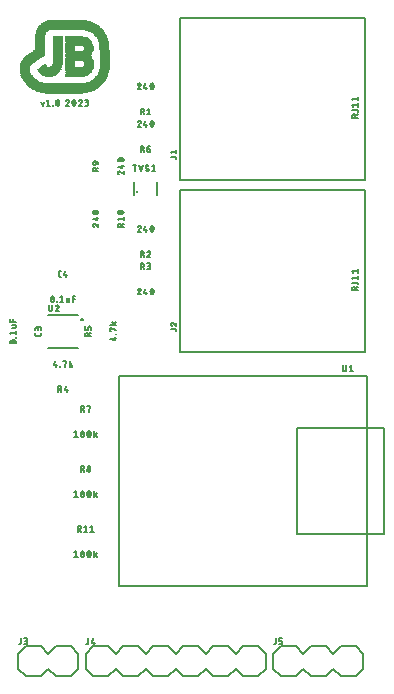
<source format=gbr>
G04 EAGLE Gerber RS-274X export*
G75*
%MOIN*%
%FSLAX34Y34*%
%LPD*%
%INSilkscreen Top*%
%IPPOS*%
%AMOC8*
5,1,8,0,0,1.08239X$1,22.5*%
G01*
%ADD10R,0.009000X0.000500*%
%ADD11R,0.044000X0.000500*%
%ADD12R,0.129500X0.000500*%
%ADD13R,0.138500X0.000500*%
%ADD14R,0.145500X0.000500*%
%ADD15R,0.151000X0.000500*%
%ADD16R,0.155500X0.000500*%
%ADD17R,0.159500X0.000500*%
%ADD18R,0.163000X0.000500*%
%ADD19R,0.167000X0.000500*%
%ADD20R,0.170500X0.000500*%
%ADD21R,0.173500X0.000500*%
%ADD22R,0.176500X0.000500*%
%ADD23R,0.179500X0.000500*%
%ADD24R,0.181500X0.000500*%
%ADD25R,0.184500X0.000500*%
%ADD26R,0.187000X0.000500*%
%ADD27R,0.189000X0.000500*%
%ADD28R,0.191500X0.000500*%
%ADD29R,0.193500X0.000500*%
%ADD30R,0.195500X0.000500*%
%ADD31R,0.198000X0.000500*%
%ADD32R,0.200000X0.000500*%
%ADD33R,0.201500X0.000500*%
%ADD34R,0.203500X0.000500*%
%ADD35R,0.205500X0.000500*%
%ADD36R,0.207000X0.000500*%
%ADD37R,0.209000X0.000500*%
%ADD38R,0.210500X0.000500*%
%ADD39R,0.212000X0.000500*%
%ADD40R,0.214000X0.000500*%
%ADD41R,0.215500X0.000500*%
%ADD42R,0.217000X0.000500*%
%ADD43R,0.218500X0.000500*%
%ADD44R,0.220000X0.000500*%
%ADD45R,0.221500X0.000500*%
%ADD46R,0.223000X0.000500*%
%ADD47R,0.224000X0.000500*%
%ADD48R,0.225500X0.000500*%
%ADD49R,0.227000X0.000500*%
%ADD50R,0.228000X0.000500*%
%ADD51R,0.229500X0.000500*%
%ADD52R,0.230500X0.000500*%
%ADD53R,0.232000X0.000500*%
%ADD54R,0.233500X0.000500*%
%ADD55R,0.234500X0.000500*%
%ADD56R,0.235500X0.000500*%
%ADD57R,0.236500X0.000500*%
%ADD58R,0.237500X0.000500*%
%ADD59R,0.238500X0.000500*%
%ADD60R,0.240000X0.000500*%
%ADD61R,0.241500X0.000500*%
%ADD62R,0.242500X0.000500*%
%ADD63R,0.243500X0.000500*%
%ADD64R,0.244500X0.000500*%
%ADD65R,0.245500X0.000500*%
%ADD66R,0.246500X0.000500*%
%ADD67R,0.247500X0.000500*%
%ADD68R,0.248500X0.000500*%
%ADD69R,0.249500X0.000500*%
%ADD70R,0.250500X0.000500*%
%ADD71R,0.251500X0.000500*%
%ADD72R,0.252500X0.000500*%
%ADD73R,0.253000X0.000500*%
%ADD74R,0.070000X0.000500*%
%ADD75R,0.171000X0.000500*%
%ADD76R,0.065000X0.000500*%
%ADD77R,0.143000X0.000500*%
%ADD78R,0.062500X0.000500*%
%ADD79R,0.065500X0.000500*%
%ADD80R,0.060500X0.000500*%
%ADD81R,0.061500X0.000500*%
%ADD82R,0.058500X0.000500*%
%ADD83R,0.059000X0.000500*%
%ADD84R,0.057000X0.000500*%
%ADD85R,0.056000X0.000500*%
%ADD86R,0.055500X0.000500*%
%ADD87R,0.054500X0.000500*%
%ADD88R,0.054000X0.000500*%
%ADD89R,0.053500X0.000500*%
%ADD90R,0.053000X0.000500*%
%ADD91R,0.052500X0.000500*%
%ADD92R,0.052000X0.000500*%
%ADD93R,0.051000X0.000500*%
%ADD94R,0.050000X0.000500*%
%ADD95R,0.049000X0.000500*%
%ADD96R,0.049500X0.000500*%
%ADD97R,0.048500X0.000500*%
%ADD98R,0.048000X0.000500*%
%ADD99R,0.047500X0.000500*%
%ADD100R,0.046500X0.000500*%
%ADD101R,0.047000X0.000500*%
%ADD102R,0.046000X0.000500*%
%ADD103R,0.045500X0.000500*%
%ADD104R,0.045000X0.000500*%
%ADD105R,0.044500X0.000500*%
%ADD106R,0.043500X0.000500*%
%ADD107R,0.043000X0.000500*%
%ADD108R,0.042500X0.000500*%
%ADD109R,0.042000X0.000500*%
%ADD110R,0.041500X0.000500*%
%ADD111R,0.041000X0.000500*%
%ADD112R,0.040000X0.000500*%
%ADD113R,0.040500X0.000500*%
%ADD114R,0.039500X0.000500*%
%ADD115R,0.039000X0.000500*%
%ADD116R,0.038500X0.000500*%
%ADD117R,0.038000X0.000500*%
%ADD118R,0.037500X0.000500*%
%ADD119R,0.007500X0.000500*%
%ADD120R,0.037000X0.000500*%
%ADD121R,0.015000X0.000500*%
%ADD122R,0.020000X0.000500*%
%ADD123R,0.036500X0.000500*%
%ADD124R,0.024500X0.000500*%
%ADD125R,0.027500X0.000500*%
%ADD126R,0.064000X0.000500*%
%ADD127R,0.030500X0.000500*%
%ADD128R,0.066000X0.000500*%
%ADD129R,0.036000X0.000500*%
%ADD130R,0.033000X0.000500*%
%ADD131R,0.068000X0.000500*%
%ADD132R,0.069500X0.000500*%
%ADD133R,0.070500X0.000500*%
%ADD134R,0.071500X0.000500*%
%ADD135R,0.035500X0.000500*%
%ADD136R,0.073000X0.000500*%
%ADD137R,0.035000X0.000500*%
%ADD138R,0.073500X0.000500*%
%ADD139R,0.074500X0.000500*%
%ADD140R,0.075500X0.000500*%
%ADD141R,0.076500X0.000500*%
%ADD142R,0.077000X0.000500*%
%ADD143R,0.034500X0.000500*%
%ADD144R,0.077500X0.000500*%
%ADD145R,0.078500X0.000500*%
%ADD146R,0.079000X0.000500*%
%ADD147R,0.055000X0.000500*%
%ADD148R,0.079500X0.000500*%
%ADD149R,0.034000X0.000500*%
%ADD150R,0.056500X0.000500*%
%ADD151R,0.080000X0.000500*%
%ADD152R,0.058000X0.000500*%
%ADD153R,0.081000X0.000500*%
%ADD154R,0.081500X0.000500*%
%ADD155R,0.033500X0.000500*%
%ADD156R,0.060000X0.000500*%
%ADD157R,0.082000X0.000500*%
%ADD158R,0.061000X0.000500*%
%ADD159R,0.082500X0.000500*%
%ADD160R,0.062000X0.000500*%
%ADD161R,0.083000X0.000500*%
%ADD162R,0.063000X0.000500*%
%ADD163R,0.083500X0.000500*%
%ADD164R,0.084000X0.000500*%
%ADD165R,0.084500X0.000500*%
%ADD166R,0.066500X0.000500*%
%ADD167R,0.085000X0.000500*%
%ADD168R,0.067500X0.000500*%
%ADD169R,0.085500X0.000500*%
%ADD170R,0.068500X0.000500*%
%ADD171R,0.086000X0.000500*%
%ADD172R,0.032500X0.000500*%
%ADD173R,0.086500X0.000500*%
%ADD174R,0.087000X0.000500*%
%ADD175R,0.087500X0.000500*%
%ADD176R,0.032000X0.000500*%
%ADD177R,0.088000X0.000500*%
%ADD178R,0.072500X0.000500*%
%ADD179R,0.088500X0.000500*%
%ADD180R,0.074000X0.000500*%
%ADD181R,0.089000X0.000500*%
%ADD182R,0.076000X0.000500*%
%ADD183R,0.089500X0.000500*%
%ADD184R,0.090000X0.000500*%
%ADD185R,0.078000X0.000500*%
%ADD186R,0.090500X0.000500*%
%ADD187R,0.091000X0.000500*%
%ADD188R,0.091500X0.000500*%
%ADD189R,0.075000X0.000500*%
%ADD190R,0.092000X0.000500*%
%ADD191R,0.092500X0.000500*%
%ADD192R,0.031500X0.000500*%
%ADD193R,0.072000X0.000500*%
%ADD194R,0.093000X0.000500*%
%ADD195R,0.071000X0.000500*%
%ADD196R,0.028000X0.000500*%
%ADD197R,0.022500X0.000500*%
%ADD198R,0.021000X0.000500*%
%ADD199R,0.019500X0.000500*%
%ADD200R,0.018000X0.000500*%
%ADD201R,0.016500X0.000500*%
%ADD202R,0.014000X0.000500*%
%ADD203R,0.013000X0.000500*%
%ADD204R,0.011500X0.000500*%
%ADD205R,0.011000X0.000500*%
%ADD206R,0.009500X0.000500*%
%ADD207R,0.008500X0.000500*%
%ADD208R,0.008000X0.000500*%
%ADD209R,0.006500X0.000500*%
%ADD210R,0.005500X0.000500*%
%ADD211R,0.004500X0.000500*%
%ADD212R,0.031000X0.000500*%
%ADD213R,0.003500X0.000500*%
%ADD214R,0.002500X0.000500*%
%ADD215R,0.001000X0.000500*%
%ADD216R,0.050500X0.000500*%
%ADD217R,0.057500X0.000500*%
%ADD218R,0.051500X0.000500*%
%ADD219R,0.080500X0.000500*%
%ADD220R,0.069000X0.000500*%
%ADD221R,0.216500X0.000500*%
%ADD222R,0.215000X0.000500*%
%ADD223R,0.213500X0.000500*%
%ADD224R,0.212500X0.000500*%
%ADD225R,0.211500X0.000500*%
%ADD226R,0.210000X0.000500*%
%ADD227R,0.209500X0.000500*%
%ADD228R,0.208500X0.000500*%
%ADD229R,0.207500X0.000500*%
%ADD230R,0.206000X0.000500*%
%ADD231R,0.205000X0.000500*%
%ADD232R,0.204500X0.000500*%
%ADD233R,0.202500X0.000500*%
%ADD234R,0.201000X0.000500*%
%ADD235R,0.200500X0.000500*%
%ADD236R,0.199500X0.000500*%
%ADD237R,0.198500X0.000500*%
%ADD238R,0.197000X0.000500*%
%ADD239R,0.196000X0.000500*%
%ADD240R,0.195000X0.000500*%
%ADD241R,0.193000X0.000500*%
%ADD242R,0.192000X0.000500*%
%ADD243R,0.190500X0.000500*%
%ADD244R,0.189500X0.000500*%
%ADD245R,0.188000X0.000500*%
%ADD246R,0.186500X0.000500*%
%ADD247R,0.185000X0.000500*%
%ADD248R,0.183500X0.000500*%
%ADD249R,0.182500X0.000500*%
%ADD250R,0.181000X0.000500*%
%ADD251R,0.178000X0.000500*%
%ADD252R,0.176000X0.000500*%
%ADD253R,0.175000X0.000500*%
%ADD254R,0.171500X0.000500*%
%ADD255R,0.169500X0.000500*%
%ADD256R,0.167500X0.000500*%
%ADD257R,0.166000X0.000500*%
%ADD258R,0.164000X0.000500*%
%ADD259R,0.161500X0.000500*%
%ADD260R,0.160000X0.000500*%
%ADD261R,0.157500X0.000500*%
%ADD262R,0.155000X0.000500*%
%ADD263R,0.152500X0.000500*%
%ADD264R,0.150000X0.000500*%
%ADD265R,0.147500X0.000500*%
%ADD266R,0.144500X0.000500*%
%ADD267R,0.141500X0.000500*%
%ADD268R,0.138000X0.000500*%
%ADD269R,0.134500X0.000500*%
%ADD270R,0.130500X0.000500*%
%ADD271R,0.125500X0.000500*%
%ADD272R,0.119500X0.000500*%
%ADD273R,0.113000X0.000500*%
%ADD274R,0.100500X0.000500*%
%ADD275C,0.005000*%
%ADD276C,0.008000*%
%ADD277C,0.011811*%
%ADD278C,0.007874*%


D10*
X23023Y28415D03*
D11*
X23128Y28420D03*
D12*
X23515Y28425D03*
D13*
X23530Y28430D03*
D14*
X23535Y28435D03*
D15*
X23538Y28440D03*
D16*
X23540Y28445D03*
D17*
X23540Y28450D03*
D18*
X23543Y28455D03*
D19*
X23543Y28460D03*
D20*
X23545Y28465D03*
D21*
X23545Y28470D03*
D22*
X23545Y28475D03*
D23*
X23545Y28480D03*
D24*
X23545Y28485D03*
D25*
X23545Y28490D03*
D26*
X23548Y28495D03*
D27*
X23548Y28500D03*
D28*
X23545Y28505D03*
D29*
X23545Y28510D03*
D30*
X23545Y28515D03*
D31*
X23548Y28520D03*
D32*
X23548Y28525D03*
D33*
X23545Y28530D03*
D34*
X23545Y28535D03*
D35*
X23545Y28540D03*
D36*
X23548Y28545D03*
D37*
X23548Y28550D03*
D38*
X23545Y28555D03*
D39*
X23548Y28560D03*
D40*
X23548Y28565D03*
D41*
X23545Y28570D03*
D42*
X23548Y28575D03*
D43*
X23545Y28580D03*
D44*
X23548Y28585D03*
D45*
X23545Y28590D03*
D46*
X23548Y28595D03*
D47*
X23548Y28600D03*
D48*
X23545Y28605D03*
D49*
X23548Y28610D03*
D50*
X23548Y28615D03*
D51*
X23545Y28620D03*
D52*
X23545Y28625D03*
D53*
X23548Y28630D03*
D54*
X23545Y28635D03*
D55*
X23545Y28640D03*
D56*
X23545Y28645D03*
D57*
X23545Y28650D03*
D58*
X23545Y28655D03*
D59*
X23545Y28660D03*
D60*
X23548Y28665D03*
D61*
X23545Y28670D03*
D62*
X23545Y28675D03*
D63*
X23545Y28680D03*
D64*
X23545Y28685D03*
D65*
X23545Y28690D03*
D66*
X23545Y28695D03*
D67*
X23545Y28700D03*
D68*
X23545Y28705D03*
D69*
X23545Y28710D03*
D70*
X23545Y28715D03*
D71*
X23545Y28720D03*
D72*
X23545Y28725D03*
D73*
X23543Y28730D03*
D74*
X22628Y28735D03*
D75*
X23958Y28735D03*
D76*
X22598Y28740D03*
D77*
X24103Y28740D03*
D78*
X22580Y28745D03*
D79*
X24495Y28745D03*
D80*
X22565Y28750D03*
D81*
X24520Y28750D03*
D82*
X22550Y28755D03*
D83*
X24538Y28755D03*
D84*
X22538Y28760D03*
X24553Y28760D03*
D85*
X22528Y28765D03*
D86*
X24565Y28765D03*
D87*
X22520Y28770D03*
D88*
X24573Y28770D03*
D89*
X22510Y28775D03*
D90*
X24583Y28775D03*
D91*
X22500Y28780D03*
D92*
X24593Y28780D03*
X22493Y28785D03*
D93*
X24603Y28785D03*
X22483Y28790D03*
D94*
X24613Y28790D03*
X22478Y28795D03*
D95*
X24618Y28795D03*
D96*
X22470Y28800D03*
D97*
X24625Y28800D03*
D95*
X22463Y28805D03*
D98*
X24633Y28805D03*
D97*
X22455Y28810D03*
D99*
X24640Y28810D03*
X22450Y28815D03*
D100*
X24645Y28815D03*
D101*
X22443Y28820D03*
D102*
X24653Y28820D03*
D100*
X22435Y28825D03*
D103*
X24660Y28825D03*
D102*
X22428Y28830D03*
D104*
X24663Y28830D03*
D103*
X22425Y28835D03*
D105*
X24670Y28835D03*
D104*
X22418Y28840D03*
D105*
X24675Y28840D03*
D104*
X22413Y28845D03*
D106*
X24680Y28845D03*
D11*
X22408Y28850D03*
D106*
X24685Y28850D03*
D11*
X22403Y28855D03*
D107*
X24693Y28855D03*
D106*
X22395Y28860D03*
D108*
X24695Y28860D03*
D107*
X22393Y28865D03*
D108*
X24700Y28865D03*
D107*
X22388Y28870D03*
D109*
X24708Y28870D03*
D108*
X22380Y28875D03*
D110*
X24710Y28875D03*
D109*
X22378Y28880D03*
D110*
X24715Y28880D03*
D109*
X22373Y28885D03*
D111*
X24718Y28885D03*
D109*
X22368Y28890D03*
D111*
X24723Y28890D03*
X22363Y28895D03*
D112*
X24728Y28895D03*
D111*
X22358Y28900D03*
D112*
X24733Y28900D03*
D111*
X22353Y28905D03*
D112*
X24738Y28905D03*
D113*
X22350Y28910D03*
D114*
X24740Y28910D03*
D113*
X22345Y28915D03*
D114*
X24745Y28915D03*
D113*
X22340Y28920D03*
D115*
X24748Y28920D03*
D112*
X22338Y28925D03*
D115*
X24753Y28925D03*
D112*
X22333Y28930D03*
D116*
X24755Y28930D03*
D114*
X22330Y28935D03*
D116*
X24760Y28935D03*
D114*
X22325Y28940D03*
D117*
X24763Y28940D03*
D115*
X22323Y28945D03*
D117*
X24768Y28945D03*
D115*
X22318Y28950D03*
D118*
X24770Y28950D03*
D115*
X22313Y28955D03*
D117*
X24773Y28955D03*
D116*
X22310Y28960D03*
D118*
X24775Y28960D03*
D116*
X22305Y28965D03*
D118*
X24780Y28965D03*
D116*
X22305Y28970D03*
D119*
X23045Y28970D03*
D120*
X24783Y28970D03*
D116*
X22300Y28975D03*
D121*
X23043Y28975D03*
D120*
X24788Y28975D03*
D117*
X22298Y28980D03*
D122*
X23043Y28980D03*
D123*
X24790Y28980D03*
D118*
X22295Y28985D03*
D124*
X23040Y28985D03*
D81*
X23895Y28985D03*
D123*
X24790Y28985D03*
D118*
X22290Y28990D03*
D125*
X23040Y28990D03*
D126*
X23908Y28990D03*
D123*
X24795Y28990D03*
D118*
X22290Y28995D03*
D127*
X23040Y28995D03*
D128*
X23918Y28995D03*
D129*
X24798Y28995D03*
D118*
X22285Y29000D03*
D130*
X23038Y29000D03*
D131*
X23928Y29000D03*
D129*
X24803Y29000D03*
D120*
X22283Y29005D03*
D129*
X23038Y29005D03*
D132*
X23935Y29005D03*
D129*
X24803Y29005D03*
D120*
X22278Y29010D03*
D117*
X23038Y29010D03*
D133*
X23940Y29010D03*
D129*
X24808Y29010D03*
D120*
X22278Y29015D03*
D112*
X23038Y29015D03*
D134*
X23945Y29015D03*
D135*
X24810Y29015D03*
D123*
X22275Y29020D03*
D109*
X23038Y29020D03*
D136*
X23953Y29020D03*
D137*
X24813Y29020D03*
D123*
X22270Y29025D03*
D106*
X23035Y29025D03*
D138*
X23955Y29025D03*
D135*
X24815Y29025D03*
D123*
X22270Y29030D03*
D104*
X23038Y29030D03*
D139*
X23960Y29030D03*
D137*
X24818Y29030D03*
D129*
X22268Y29035D03*
D101*
X23038Y29035D03*
D140*
X23965Y29035D03*
D137*
X24818Y29035D03*
D129*
X22263Y29040D03*
D97*
X23035Y29040D03*
D141*
X23970Y29040D03*
D137*
X24823Y29040D03*
D129*
X22263Y29045D03*
D94*
X23038Y29045D03*
D142*
X23973Y29045D03*
D143*
X24825Y29045D03*
D135*
X22260Y29050D03*
D93*
X23038Y29050D03*
D144*
X23975Y29050D03*
D137*
X24828Y29050D03*
D135*
X22255Y29055D03*
D90*
X23038Y29055D03*
D145*
X23980Y29055D03*
D143*
X24830Y29055D03*
D135*
X22255Y29060D03*
D88*
X23038Y29060D03*
D146*
X23983Y29060D03*
D143*
X24830Y29060D03*
D137*
X22253Y29065D03*
D147*
X23038Y29065D03*
D148*
X23985Y29065D03*
D149*
X24833Y29065D03*
D143*
X22250Y29070D03*
D150*
X23040Y29070D03*
D151*
X23988Y29070D03*
D149*
X24838Y29070D03*
D137*
X22248Y29075D03*
D152*
X23038Y29075D03*
D153*
X23993Y29075D03*
D149*
X24838Y29075D03*
D143*
X22245Y29080D03*
D83*
X23038Y29080D03*
D154*
X23995Y29080D03*
D155*
X24840Y29080D03*
D149*
X22243Y29085D03*
D156*
X23038Y29085D03*
D157*
X23998Y29085D03*
D149*
X24843Y29085D03*
X22243Y29090D03*
D158*
X23038Y29090D03*
D159*
X24000Y29090D03*
D155*
X24845Y29090D03*
D149*
X22238Y29095D03*
D160*
X23038Y29095D03*
D161*
X24003Y29095D03*
D155*
X24845Y29095D03*
D149*
X22238Y29100D03*
D162*
X23038Y29100D03*
D163*
X24005Y29100D03*
D155*
X24850Y29100D03*
X22235Y29105D03*
D126*
X23038Y29105D03*
D164*
X24008Y29105D03*
D155*
X24850Y29105D03*
X22235Y29110D03*
D76*
X23038Y29110D03*
D165*
X24010Y29110D03*
D155*
X24850Y29110D03*
D130*
X22233Y29115D03*
D79*
X23040Y29115D03*
D165*
X24010Y29115D03*
D130*
X24853Y29115D03*
D155*
X22230Y29120D03*
D166*
X23040Y29120D03*
D167*
X24013Y29120D03*
D155*
X24855Y29120D03*
D130*
X22228Y29125D03*
D168*
X23040Y29125D03*
D169*
X24015Y29125D03*
D130*
X24858Y29125D03*
X22228Y29130D03*
D170*
X23040Y29130D03*
D171*
X24018Y29130D03*
D130*
X24858Y29130D03*
D172*
X22225Y29135D03*
D132*
X23040Y29135D03*
D173*
X24020Y29135D03*
D172*
X24860Y29135D03*
X22225Y29140D03*
D132*
X23040Y29140D03*
D173*
X24020Y29140D03*
D130*
X24863Y29140D03*
D172*
X22225Y29145D03*
D133*
X23040Y29145D03*
D174*
X24023Y29145D03*
D130*
X24863Y29145D03*
D172*
X22225Y29150D03*
D134*
X23040Y29150D03*
D175*
X24025Y29150D03*
D172*
X24865Y29150D03*
D176*
X22223Y29155D03*
D134*
X23040Y29155D03*
D177*
X24028Y29155D03*
D172*
X24865Y29155D03*
X22220Y29160D03*
D178*
X23040Y29160D03*
D177*
X24028Y29160D03*
D130*
X24868Y29160D03*
D172*
X22220Y29165D03*
D138*
X23040Y29165D03*
D179*
X24030Y29165D03*
D172*
X24870Y29165D03*
X22220Y29170D03*
D180*
X23038Y29170D03*
D179*
X24030Y29170D03*
D172*
X24870Y29170D03*
X22220Y29175D03*
D139*
X23040Y29175D03*
D181*
X24033Y29175D03*
D172*
X24870Y29175D03*
D176*
X22218Y29180D03*
D140*
X23040Y29180D03*
D181*
X24033Y29180D03*
D176*
X24873Y29180D03*
X22218Y29185D03*
D182*
X23038Y29185D03*
D183*
X24035Y29185D03*
D172*
X24875Y29185D03*
D176*
X22218Y29190D03*
D141*
X23040Y29190D03*
D184*
X24038Y29190D03*
D172*
X24875Y29190D03*
D176*
X22218Y29195D03*
D142*
X23038Y29195D03*
D184*
X24038Y29195D03*
D176*
X24878Y29195D03*
X22218Y29200D03*
D185*
X23038Y29200D03*
D184*
X24038Y29200D03*
D176*
X24878Y29200D03*
X22218Y29205D03*
D185*
X23038Y29205D03*
D186*
X24040Y29205D03*
D176*
X24878Y29205D03*
X22218Y29210D03*
D145*
X23040Y29210D03*
D186*
X24040Y29210D03*
D172*
X24880Y29210D03*
D176*
X22218Y29215D03*
D144*
X23045Y29215D03*
D187*
X24043Y29215D03*
D176*
X24883Y29215D03*
X22218Y29220D03*
D144*
X23050Y29220D03*
D187*
X24043Y29220D03*
D176*
X24883Y29220D03*
X22218Y29225D03*
D142*
X23053Y29225D03*
D188*
X24045Y29225D03*
D176*
X24883Y29225D03*
X22218Y29230D03*
D141*
X23060Y29230D03*
D188*
X24045Y29230D03*
D176*
X24883Y29230D03*
X22218Y29235D03*
D182*
X23063Y29235D03*
D188*
X24045Y29235D03*
D176*
X24883Y29235D03*
X22218Y29240D03*
D189*
X23068Y29240D03*
D190*
X24048Y29240D03*
D176*
X24888Y29240D03*
X22218Y29245D03*
D189*
X23073Y29245D03*
D190*
X24048Y29245D03*
D176*
X24888Y29245D03*
D172*
X22220Y29250D03*
D139*
X23075Y29250D03*
D190*
X24048Y29250D03*
D176*
X24888Y29250D03*
D172*
X22220Y29255D03*
D138*
X23080Y29255D03*
D191*
X24050Y29255D03*
D176*
X24888Y29255D03*
D172*
X22220Y29260D03*
D138*
X23085Y29260D03*
D191*
X24050Y29260D03*
D176*
X24888Y29260D03*
X22223Y29265D03*
D136*
X23088Y29265D03*
D191*
X24050Y29265D03*
D192*
X24890Y29265D03*
D176*
X22223Y29270D03*
D193*
X23093Y29270D03*
D191*
X24050Y29270D03*
D192*
X24890Y29270D03*
D172*
X22225Y29275D03*
D193*
X23098Y29275D03*
D194*
X24053Y29275D03*
D192*
X24890Y29275D03*
D172*
X22225Y29280D03*
D195*
X23103Y29280D03*
D194*
X24053Y29280D03*
D192*
X24890Y29280D03*
D172*
X22225Y29285D03*
D196*
X22893Y29285D03*
D110*
X23250Y29285D03*
D194*
X24053Y29285D03*
D176*
X24893Y29285D03*
D130*
X22228Y29290D03*
D124*
X22880Y29290D03*
D115*
X23268Y29290D03*
D192*
X23745Y29290D03*
D117*
X24328Y29290D03*
D176*
X24893Y29290D03*
D130*
X22228Y29295D03*
D197*
X22880Y29295D03*
D118*
X23275Y29295D03*
D192*
X23745Y29295D03*
D129*
X24338Y29295D03*
D176*
X24893Y29295D03*
D130*
X22228Y29300D03*
D198*
X22878Y29300D03*
D123*
X23280Y29300D03*
D192*
X23745Y29300D03*
D135*
X24345Y29300D03*
D192*
X24895Y29300D03*
D130*
X22233Y29305D03*
D199*
X22875Y29305D03*
D129*
X23283Y29305D03*
D192*
X23745Y29305D03*
D143*
X24350Y29305D03*
D192*
X24895Y29305D03*
D130*
X22233Y29310D03*
D200*
X22878Y29310D03*
D137*
X23288Y29310D03*
D192*
X23745Y29310D03*
D149*
X24353Y29310D03*
D192*
X24895Y29310D03*
D155*
X22235Y29315D03*
D201*
X22875Y29315D03*
D137*
X23293Y29315D03*
D192*
X23745Y29315D03*
D155*
X24355Y29315D03*
D192*
X24895Y29315D03*
D155*
X22235Y29320D03*
D121*
X22878Y29320D03*
D143*
X23295Y29320D03*
D192*
X23745Y29320D03*
D130*
X24358Y29320D03*
D192*
X24895Y29320D03*
D149*
X22238Y29325D03*
D202*
X22878Y29325D03*
D149*
X23298Y29325D03*
D192*
X23745Y29325D03*
D172*
X24360Y29325D03*
D192*
X24895Y29325D03*
D155*
X22240Y29330D03*
D203*
X22878Y29330D03*
D155*
X23300Y29330D03*
D192*
X23745Y29330D03*
D172*
X24360Y29330D03*
D192*
X24895Y29330D03*
D149*
X22243Y29335D03*
D204*
X22880Y29335D03*
D130*
X23303Y29335D03*
D192*
X23745Y29335D03*
D172*
X24365Y29335D03*
D192*
X24895Y29335D03*
D149*
X22243Y29340D03*
D205*
X22883Y29340D03*
D172*
X23305Y29340D03*
D192*
X23745Y29340D03*
D176*
X24368Y29340D03*
D192*
X24895Y29340D03*
D143*
X22245Y29345D03*
D206*
X22885Y29345D03*
D130*
X23308Y29345D03*
D192*
X23745Y29345D03*
D176*
X24368Y29345D03*
D192*
X24895Y29345D03*
D143*
X22250Y29350D03*
D207*
X22885Y29350D03*
D172*
X23310Y29350D03*
D192*
X23745Y29350D03*
X24370Y29350D03*
X24895Y29350D03*
D137*
X22253Y29355D03*
D208*
X22888Y29355D03*
D172*
X23310Y29355D03*
D192*
X23745Y29355D03*
X24370Y29355D03*
X24900Y29355D03*
D137*
X22253Y29360D03*
D209*
X22890Y29360D03*
D176*
X23313Y29360D03*
D192*
X23745Y29360D03*
X24370Y29360D03*
X24900Y29360D03*
D135*
X22255Y29365D03*
D210*
X22890Y29365D03*
D176*
X23313Y29365D03*
D192*
X23745Y29365D03*
X24370Y29365D03*
X24900Y29365D03*
D135*
X22260Y29370D03*
D211*
X22890Y29370D03*
D176*
X23313Y29370D03*
D192*
X23745Y29370D03*
D212*
X24373Y29370D03*
D192*
X24900Y29370D03*
D129*
X22263Y29375D03*
D213*
X22895Y29375D03*
D192*
X23315Y29375D03*
X23745Y29375D03*
D212*
X24373Y29375D03*
D192*
X24900Y29375D03*
D123*
X22265Y29380D03*
D214*
X22895Y29380D03*
D192*
X23315Y29380D03*
X23745Y29380D03*
D212*
X24373Y29380D03*
D192*
X24900Y29380D03*
D123*
X22270Y29385D03*
D215*
X22898Y29385D03*
D192*
X23315Y29385D03*
X23745Y29385D03*
D212*
X24373Y29385D03*
D192*
X24900Y29385D03*
D120*
X22273Y29390D03*
D192*
X23315Y29390D03*
X23745Y29390D03*
D212*
X24373Y29390D03*
D192*
X24900Y29390D03*
D118*
X22275Y29395D03*
D212*
X23318Y29395D03*
D192*
X23745Y29395D03*
D212*
X24373Y29395D03*
D192*
X24900Y29395D03*
D117*
X22283Y29400D03*
D212*
X23318Y29400D03*
D192*
X23745Y29400D03*
D212*
X24373Y29400D03*
D192*
X24900Y29400D03*
D116*
X22285Y29405D03*
D212*
X23318Y29405D03*
D192*
X23745Y29405D03*
D212*
X24373Y29405D03*
D192*
X24900Y29405D03*
D115*
X22288Y29410D03*
D192*
X23320Y29410D03*
X23745Y29410D03*
D212*
X24373Y29410D03*
D192*
X24900Y29410D03*
D114*
X22295Y29415D03*
D192*
X23320Y29415D03*
X23745Y29415D03*
D212*
X24373Y29415D03*
D192*
X24900Y29415D03*
D112*
X22298Y29420D03*
D192*
X23320Y29420D03*
X23745Y29420D03*
D212*
X24373Y29420D03*
D176*
X24898Y29420D03*
D112*
X22303Y29425D03*
D192*
X23320Y29425D03*
X23745Y29425D03*
X24370Y29425D03*
X24895Y29425D03*
D111*
X22308Y29430D03*
D192*
X23320Y29430D03*
X23745Y29430D03*
X24370Y29430D03*
X24895Y29430D03*
D110*
X22310Y29435D03*
D192*
X23320Y29435D03*
X23745Y29435D03*
X24370Y29435D03*
X24895Y29435D03*
D109*
X22318Y29440D03*
D192*
X23320Y29440D03*
X23745Y29440D03*
D212*
X24368Y29440D03*
D192*
X24895Y29440D03*
D108*
X22320Y29445D03*
D192*
X23320Y29445D03*
X23745Y29445D03*
X24365Y29445D03*
X24895Y29445D03*
D108*
X22325Y29450D03*
D192*
X23320Y29450D03*
X23745Y29450D03*
X24365Y29450D03*
X24895Y29450D03*
D106*
X22330Y29455D03*
D192*
X23320Y29455D03*
X23745Y29455D03*
D176*
X24363Y29455D03*
D192*
X24895Y29455D03*
D106*
X22335Y29460D03*
D192*
X23320Y29460D03*
X23745Y29460D03*
D176*
X24363Y29460D03*
D192*
X24895Y29460D03*
D11*
X22338Y29465D03*
D192*
X23320Y29465D03*
X23745Y29465D03*
D172*
X24360Y29465D03*
D192*
X24895Y29465D03*
D105*
X22345Y29470D03*
D192*
X23320Y29470D03*
X23745Y29470D03*
D172*
X24355Y29470D03*
D192*
X24895Y29470D03*
D104*
X22348Y29475D03*
D192*
X23320Y29475D03*
X23745Y29475D03*
D130*
X24353Y29475D03*
D192*
X24895Y29475D03*
D103*
X22355Y29480D03*
D192*
X23320Y29480D03*
X23745Y29480D03*
D130*
X24353Y29480D03*
D192*
X24895Y29480D03*
D103*
X22360Y29485D03*
D192*
X23320Y29485D03*
X23745Y29485D03*
D149*
X24348Y29485D03*
D192*
X24895Y29485D03*
D102*
X22363Y29490D03*
D192*
X23320Y29490D03*
X23745Y29490D03*
D143*
X24345Y29490D03*
D192*
X24895Y29490D03*
D100*
X22370Y29495D03*
D192*
X23320Y29495D03*
X23745Y29495D03*
D135*
X24335Y29495D03*
D192*
X24895Y29495D03*
D101*
X22373Y29500D03*
D192*
X23320Y29500D03*
X23745Y29500D03*
D120*
X24328Y29500D03*
D192*
X24895Y29500D03*
D99*
X22380Y29505D03*
D192*
X23320Y29505D03*
D191*
X24050Y29505D03*
D192*
X24895Y29505D03*
D99*
X22385Y29510D03*
D192*
X23320Y29510D03*
D190*
X24048Y29510D03*
D192*
X24895Y29510D03*
D98*
X22388Y29515D03*
D192*
X23320Y29515D03*
D190*
X24048Y29515D03*
D192*
X24895Y29515D03*
D97*
X22395Y29520D03*
D192*
X23320Y29520D03*
D190*
X24048Y29520D03*
D192*
X24895Y29520D03*
D97*
X22400Y29525D03*
D192*
X23320Y29525D03*
D188*
X24045Y29525D03*
D192*
X24895Y29525D03*
D95*
X22403Y29530D03*
D192*
X23320Y29530D03*
D188*
X24045Y29530D03*
D192*
X24895Y29530D03*
D96*
X22410Y29535D03*
D192*
X23320Y29535D03*
D188*
X24045Y29535D03*
D192*
X24895Y29535D03*
D96*
X22415Y29540D03*
D192*
X23320Y29540D03*
D187*
X24043Y29540D03*
D192*
X24895Y29540D03*
D94*
X22418Y29545D03*
D192*
X23320Y29545D03*
D187*
X24043Y29545D03*
D192*
X24895Y29545D03*
D216*
X22425Y29550D03*
D192*
X23320Y29550D03*
D186*
X24040Y29550D03*
D192*
X24895Y29550D03*
D216*
X22430Y29555D03*
D192*
X23320Y29555D03*
D186*
X24040Y29555D03*
D192*
X24895Y29555D03*
D93*
X22438Y29560D03*
D192*
X23320Y29560D03*
D184*
X24038Y29560D03*
D192*
X24895Y29560D03*
D93*
X22443Y29565D03*
D192*
X23320Y29565D03*
D184*
X24038Y29565D03*
D176*
X24893Y29565D03*
D93*
X22448Y29570D03*
D192*
X23320Y29570D03*
D184*
X24038Y29570D03*
D192*
X24890Y29570D03*
D92*
X22453Y29575D03*
D192*
X23320Y29575D03*
D183*
X24035Y29575D03*
D192*
X24890Y29575D03*
D92*
X22458Y29580D03*
D192*
X23320Y29580D03*
D181*
X24033Y29580D03*
D192*
X24890Y29580D03*
D91*
X22465Y29585D03*
D192*
X23320Y29585D03*
D181*
X24033Y29585D03*
D192*
X24890Y29585D03*
D91*
X22470Y29590D03*
D192*
X23320Y29590D03*
D179*
X24030Y29590D03*
D192*
X24890Y29590D03*
D91*
X22475Y29595D03*
D192*
X23320Y29595D03*
D179*
X24030Y29595D03*
D192*
X24890Y29595D03*
D90*
X22483Y29600D03*
D192*
X23320Y29600D03*
D177*
X24028Y29600D03*
D192*
X24890Y29600D03*
D89*
X22490Y29605D03*
D192*
X23320Y29605D03*
D177*
X24028Y29605D03*
D192*
X24890Y29605D03*
D88*
X22498Y29610D03*
D192*
X23320Y29610D03*
D175*
X24025Y29610D03*
D192*
X24890Y29610D03*
D87*
X22505Y29615D03*
D192*
X23320Y29615D03*
D174*
X24023Y29615D03*
D192*
X24890Y29615D03*
D86*
X22515Y29620D03*
D192*
X23320Y29620D03*
D173*
X24020Y29620D03*
D192*
X24890Y29620D03*
D85*
X22523Y29625D03*
D192*
X23320Y29625D03*
D171*
X24018Y29625D03*
D192*
X24890Y29625D03*
D84*
X22533Y29630D03*
D192*
X23320Y29630D03*
D171*
X24018Y29630D03*
D192*
X24890Y29630D03*
D217*
X22545Y29635D03*
D192*
X23320Y29635D03*
D169*
X24015Y29635D03*
D192*
X24890Y29635D03*
D152*
X22553Y29640D03*
D192*
X23320Y29640D03*
D167*
X24013Y29640D03*
D192*
X24890Y29640D03*
D152*
X22558Y29645D03*
D192*
X23320Y29645D03*
D165*
X24010Y29645D03*
D192*
X24890Y29645D03*
D82*
X22565Y29650D03*
D192*
X23320Y29650D03*
D164*
X24008Y29650D03*
D192*
X24890Y29650D03*
D152*
X22573Y29655D03*
D192*
X23320Y29655D03*
D163*
X24005Y29655D03*
D192*
X24890Y29655D03*
D152*
X22578Y29660D03*
D192*
X23320Y29660D03*
D161*
X24003Y29660D03*
D192*
X24890Y29660D03*
D217*
X22580Y29665D03*
D192*
X23320Y29665D03*
D157*
X23998Y29665D03*
D192*
X24890Y29665D03*
D84*
X22588Y29670D03*
D192*
X23320Y29670D03*
D157*
X23998Y29670D03*
D192*
X24890Y29670D03*
D84*
X22593Y29675D03*
D192*
X23320Y29675D03*
D161*
X24003Y29675D03*
D192*
X24890Y29675D03*
D150*
X22600Y29680D03*
D192*
X23320Y29680D03*
D163*
X24005Y29680D03*
D192*
X24890Y29680D03*
D85*
X22603Y29685D03*
D192*
X23320Y29685D03*
D164*
X24008Y29685D03*
D192*
X24890Y29685D03*
D85*
X22608Y29690D03*
D192*
X23320Y29690D03*
D165*
X24010Y29690D03*
D192*
X24890Y29690D03*
D147*
X22613Y29695D03*
D192*
X23320Y29695D03*
D165*
X24010Y29695D03*
D192*
X24890Y29695D03*
D147*
X22618Y29700D03*
D192*
X23320Y29700D03*
D167*
X24013Y29700D03*
D192*
X24890Y29700D03*
D87*
X22620Y29705D03*
D192*
X23320Y29705D03*
D169*
X24015Y29705D03*
D192*
X24890Y29705D03*
D89*
X22625Y29710D03*
D192*
X23320Y29710D03*
D171*
X24018Y29710D03*
D176*
X24888Y29710D03*
D89*
X22630Y29715D03*
D192*
X23320Y29715D03*
D173*
X24020Y29715D03*
D192*
X24885Y29715D03*
D91*
X22635Y29720D03*
D192*
X23320Y29720D03*
D173*
X24020Y29720D03*
D192*
X24885Y29720D03*
D92*
X22638Y29725D03*
D192*
X23320Y29725D03*
D174*
X24023Y29725D03*
D192*
X24885Y29725D03*
D218*
X22640Y29730D03*
D192*
X23320Y29730D03*
D175*
X24025Y29730D03*
D192*
X24885Y29730D03*
D216*
X22645Y29735D03*
D192*
X23320Y29735D03*
D175*
X24025Y29735D03*
D192*
X24885Y29735D03*
D94*
X22648Y29740D03*
D192*
X23320Y29740D03*
D177*
X24028Y29740D03*
D192*
X24885Y29740D03*
D95*
X22653Y29745D03*
D192*
X23320Y29745D03*
D179*
X24030Y29745D03*
D192*
X24885Y29745D03*
D97*
X22655Y29750D03*
D192*
X23320Y29750D03*
D179*
X24030Y29750D03*
D192*
X24885Y29750D03*
D98*
X22658Y29755D03*
D192*
X23320Y29755D03*
D181*
X24033Y29755D03*
D192*
X24885Y29755D03*
D101*
X22663Y29760D03*
D192*
X23320Y29760D03*
D181*
X24033Y29760D03*
D192*
X24885Y29760D03*
D100*
X22665Y29765D03*
D192*
X23320Y29765D03*
D181*
X24033Y29765D03*
D192*
X24885Y29765D03*
D102*
X22668Y29770D03*
D192*
X23320Y29770D03*
D183*
X24035Y29770D03*
D192*
X24885Y29770D03*
D104*
X22673Y29775D03*
D192*
X23320Y29775D03*
D183*
X24035Y29775D03*
D192*
X24885Y29775D03*
D105*
X22675Y29780D03*
D192*
X23320Y29780D03*
D184*
X24038Y29780D03*
D192*
X24885Y29780D03*
D106*
X22680Y29785D03*
D192*
X23320Y29785D03*
D184*
X24038Y29785D03*
D192*
X24885Y29785D03*
D107*
X22683Y29790D03*
D192*
X23320Y29790D03*
D184*
X24038Y29790D03*
D192*
X24885Y29790D03*
D108*
X22685Y29795D03*
D192*
X23320Y29795D03*
D186*
X24040Y29795D03*
D192*
X24885Y29795D03*
D110*
X22690Y29800D03*
D192*
X23320Y29800D03*
D186*
X24040Y29800D03*
D192*
X24885Y29800D03*
D111*
X22693Y29805D03*
D192*
X23320Y29805D03*
X23745Y29805D03*
D120*
X24308Y29805D03*
D192*
X24885Y29805D03*
D112*
X22698Y29810D03*
D192*
X23320Y29810D03*
X23745Y29810D03*
D135*
X24320Y29810D03*
D192*
X24885Y29810D03*
D114*
X22700Y29815D03*
D192*
X23320Y29815D03*
X23745Y29815D03*
D143*
X24325Y29815D03*
D192*
X24885Y29815D03*
D115*
X22703Y29820D03*
D192*
X23320Y29820D03*
X23745Y29820D03*
D155*
X24330Y29820D03*
D192*
X24885Y29820D03*
D117*
X22708Y29825D03*
D192*
X23320Y29825D03*
X23745Y29825D03*
D155*
X24335Y29825D03*
D192*
X24885Y29825D03*
D118*
X22710Y29830D03*
D192*
X23320Y29830D03*
X23745Y29830D03*
D130*
X24338Y29830D03*
D192*
X24885Y29830D03*
D120*
X22713Y29835D03*
D192*
X23320Y29835D03*
X23745Y29835D03*
D172*
X24340Y29835D03*
D192*
X24885Y29835D03*
D129*
X22718Y29840D03*
D192*
X23320Y29840D03*
X23745Y29840D03*
D176*
X24343Y29840D03*
D192*
X24885Y29840D03*
D135*
X22720Y29845D03*
D192*
X23320Y29845D03*
X23745Y29845D03*
D176*
X24343Y29845D03*
D192*
X24885Y29845D03*
D143*
X22725Y29850D03*
D192*
X23320Y29850D03*
X23745Y29850D03*
D176*
X24348Y29850D03*
D192*
X24885Y29850D03*
D149*
X22728Y29855D03*
D192*
X23320Y29855D03*
X23745Y29855D03*
X24350Y29855D03*
X24885Y29855D03*
D130*
X22733Y29860D03*
D192*
X23320Y29860D03*
X23745Y29860D03*
X24350Y29860D03*
X24880Y29860D03*
D172*
X22735Y29865D03*
D192*
X23320Y29865D03*
X23745Y29865D03*
X24350Y29865D03*
X24880Y29865D03*
D176*
X22738Y29870D03*
D192*
X23320Y29870D03*
X23745Y29870D03*
D212*
X24353Y29870D03*
D192*
X24880Y29870D03*
D176*
X22738Y29875D03*
D192*
X23320Y29875D03*
X23745Y29875D03*
D212*
X24353Y29875D03*
D192*
X24880Y29875D03*
D176*
X22738Y29880D03*
D192*
X23320Y29880D03*
X23745Y29880D03*
D212*
X24353Y29880D03*
D192*
X24880Y29880D03*
D176*
X22738Y29885D03*
D192*
X23320Y29885D03*
X23745Y29885D03*
D212*
X24353Y29885D03*
D192*
X24880Y29885D03*
D176*
X22738Y29890D03*
D192*
X23320Y29890D03*
X23745Y29890D03*
D127*
X24355Y29890D03*
D192*
X24880Y29890D03*
D176*
X22738Y29895D03*
D192*
X23320Y29895D03*
X23745Y29895D03*
D212*
X24358Y29895D03*
D192*
X24880Y29895D03*
D176*
X22738Y29900D03*
D192*
X23320Y29900D03*
X23745Y29900D03*
D212*
X24358Y29900D03*
D192*
X24880Y29900D03*
D176*
X22738Y29905D03*
D192*
X23320Y29905D03*
X23745Y29905D03*
D212*
X24358Y29905D03*
D192*
X24880Y29905D03*
D176*
X22738Y29910D03*
D192*
X23320Y29910D03*
X23745Y29910D03*
D212*
X24358Y29910D03*
D192*
X24880Y29910D03*
D176*
X22738Y29915D03*
D192*
X23320Y29915D03*
X23745Y29915D03*
D212*
X24358Y29915D03*
D192*
X24880Y29915D03*
D176*
X22738Y29920D03*
D192*
X23320Y29920D03*
X23745Y29920D03*
X24355Y29920D03*
X24880Y29920D03*
D176*
X22738Y29925D03*
D192*
X23320Y29925D03*
X23745Y29925D03*
X24355Y29925D03*
X24880Y29925D03*
D176*
X22738Y29930D03*
D192*
X23320Y29930D03*
X23745Y29930D03*
D212*
X24353Y29930D03*
D192*
X24880Y29930D03*
D176*
X22738Y29935D03*
D192*
X23320Y29935D03*
X23745Y29935D03*
D212*
X24353Y29935D03*
D192*
X24880Y29935D03*
D176*
X22738Y29940D03*
D192*
X23320Y29940D03*
X23745Y29940D03*
D212*
X24353Y29940D03*
D192*
X24880Y29940D03*
D176*
X22738Y29945D03*
D192*
X23320Y29945D03*
X23745Y29945D03*
X24350Y29945D03*
X24880Y29945D03*
D176*
X22738Y29950D03*
D192*
X23320Y29950D03*
X23745Y29950D03*
X24350Y29950D03*
X24880Y29950D03*
D176*
X22738Y29955D03*
D192*
X23320Y29955D03*
X23745Y29955D03*
D176*
X24348Y29955D03*
D192*
X24880Y29955D03*
D176*
X22738Y29960D03*
D192*
X23320Y29960D03*
X23745Y29960D03*
D176*
X24348Y29960D03*
D192*
X24880Y29960D03*
D176*
X22738Y29965D03*
D192*
X23320Y29965D03*
X23745Y29965D03*
D172*
X24345Y29965D03*
D192*
X24880Y29965D03*
D176*
X22738Y29970D03*
D192*
X23320Y29970D03*
X23745Y29970D03*
D130*
X24343Y29970D03*
D192*
X24880Y29970D03*
D176*
X22738Y29975D03*
D192*
X23320Y29975D03*
X23745Y29975D03*
D155*
X24340Y29975D03*
D192*
X24880Y29975D03*
D176*
X22738Y29980D03*
D192*
X23320Y29980D03*
X23745Y29980D03*
D149*
X24338Y29980D03*
D176*
X24878Y29980D03*
X22738Y29985D03*
D192*
X23320Y29985D03*
X23745Y29985D03*
D143*
X24335Y29985D03*
D176*
X24878Y29985D03*
X22738Y29990D03*
D192*
X23320Y29990D03*
X23745Y29990D03*
D137*
X24328Y29990D03*
D176*
X24878Y29990D03*
X22738Y29995D03*
D192*
X23320Y29995D03*
X23745Y29995D03*
D129*
X24323Y29995D03*
D192*
X24875Y29995D03*
D176*
X22738Y30000D03*
D192*
X23320Y30000D03*
X23745Y30000D03*
D117*
X24313Y30000D03*
D192*
X24875Y30000D03*
D176*
X22738Y30005D03*
D192*
X23320Y30005D03*
D188*
X24045Y30005D03*
D192*
X24875Y30005D03*
D176*
X22738Y30010D03*
D192*
X23320Y30010D03*
D188*
X24045Y30010D03*
D192*
X24875Y30010D03*
D176*
X22738Y30015D03*
D192*
X23320Y30015D03*
D187*
X24043Y30015D03*
D192*
X24875Y30015D03*
D176*
X22738Y30020D03*
D192*
X23320Y30020D03*
D187*
X24043Y30020D03*
D192*
X24875Y30020D03*
D176*
X22738Y30025D03*
D192*
X23320Y30025D03*
D187*
X24043Y30025D03*
D176*
X24873Y30025D03*
X22738Y30030D03*
D192*
X23320Y30030D03*
D187*
X24043Y30030D03*
D176*
X24873Y30030D03*
X22738Y30035D03*
D192*
X23320Y30035D03*
D186*
X24040Y30035D03*
D176*
X24873Y30035D03*
X22738Y30040D03*
D192*
X23320Y30040D03*
D186*
X24040Y30040D03*
D176*
X24873Y30040D03*
X22738Y30045D03*
D192*
X23320Y30045D03*
D186*
X24040Y30045D03*
D192*
X24870Y30045D03*
D176*
X22738Y30050D03*
D192*
X23320Y30050D03*
D186*
X24040Y30050D03*
D192*
X24870Y30050D03*
D176*
X22738Y30055D03*
D192*
X23320Y30055D03*
D184*
X24038Y30055D03*
D176*
X24868Y30055D03*
X22738Y30060D03*
D192*
X23320Y30060D03*
D184*
X24038Y30060D03*
D176*
X24868Y30060D03*
X22738Y30065D03*
D192*
X23320Y30065D03*
D183*
X24035Y30065D03*
D176*
X24868Y30065D03*
X22738Y30070D03*
D192*
X23320Y30070D03*
D183*
X24035Y30070D03*
D176*
X24868Y30070D03*
X22738Y30075D03*
D192*
X23320Y30075D03*
D183*
X24035Y30075D03*
D172*
X24865Y30075D03*
D176*
X22738Y30080D03*
D192*
X23320Y30080D03*
D181*
X24033Y30080D03*
D176*
X24863Y30080D03*
X22738Y30085D03*
D192*
X23320Y30085D03*
D181*
X24033Y30085D03*
D176*
X24863Y30085D03*
X22738Y30090D03*
D192*
X23320Y30090D03*
D179*
X24030Y30090D03*
D176*
X24863Y30090D03*
X22738Y30095D03*
D192*
X23320Y30095D03*
D179*
X24030Y30095D03*
D172*
X24860Y30095D03*
D176*
X22738Y30100D03*
D192*
X23320Y30100D03*
D177*
X24028Y30100D03*
D172*
X24860Y30100D03*
D176*
X22738Y30105D03*
D192*
X23320Y30105D03*
D177*
X24028Y30105D03*
D172*
X24860Y30105D03*
D176*
X22738Y30110D03*
D192*
X23320Y30110D03*
D175*
X24025Y30110D03*
D176*
X24858Y30110D03*
X22738Y30115D03*
D192*
X23320Y30115D03*
D175*
X24025Y30115D03*
D172*
X24855Y30115D03*
D176*
X22738Y30120D03*
D192*
X23320Y30120D03*
D174*
X24023Y30120D03*
D172*
X24855Y30120D03*
D176*
X22738Y30125D03*
D192*
X23320Y30125D03*
D174*
X24023Y30125D03*
D172*
X24855Y30125D03*
D176*
X22738Y30130D03*
D192*
X23320Y30130D03*
D173*
X24020Y30130D03*
D130*
X24853Y30130D03*
D176*
X22738Y30135D03*
D192*
X23320Y30135D03*
D173*
X24020Y30135D03*
D172*
X24850Y30135D03*
D176*
X22738Y30140D03*
D192*
X23320Y30140D03*
D171*
X24018Y30140D03*
D172*
X24850Y30140D03*
D176*
X22738Y30145D03*
D192*
X23320Y30145D03*
D169*
X24015Y30145D03*
D130*
X24848Y30145D03*
D176*
X22738Y30150D03*
D192*
X23320Y30150D03*
D167*
X24013Y30150D03*
D130*
X24848Y30150D03*
D176*
X22738Y30155D03*
D192*
X23320Y30155D03*
D167*
X24013Y30155D03*
D172*
X24845Y30155D03*
D176*
X22738Y30160D03*
D192*
X23320Y30160D03*
D165*
X24010Y30160D03*
D130*
X24843Y30160D03*
D176*
X22738Y30165D03*
D192*
X23320Y30165D03*
D164*
X24008Y30165D03*
D130*
X24843Y30165D03*
D176*
X22738Y30170D03*
D192*
X23320Y30170D03*
D163*
X24005Y30170D03*
D155*
X24840Y30170D03*
D176*
X22738Y30175D03*
D192*
X23320Y30175D03*
D163*
X24005Y30175D03*
D130*
X24838Y30175D03*
D176*
X22738Y30180D03*
D192*
X23320Y30180D03*
D161*
X24003Y30180D03*
D130*
X24838Y30180D03*
D176*
X22738Y30185D03*
D192*
X23320Y30185D03*
D159*
X24000Y30185D03*
D155*
X24835Y30185D03*
D176*
X22738Y30190D03*
D192*
X23320Y30190D03*
D157*
X23998Y30190D03*
D155*
X24835Y30190D03*
D176*
X22738Y30195D03*
D192*
X23320Y30195D03*
D154*
X23995Y30195D03*
D155*
X24830Y30195D03*
D176*
X22738Y30200D03*
D192*
X23320Y30200D03*
D153*
X23993Y30200D03*
D155*
X24830Y30200D03*
D176*
X22738Y30205D03*
D192*
X23320Y30205D03*
D219*
X23990Y30205D03*
D149*
X24828Y30205D03*
D176*
X22738Y30210D03*
D192*
X23320Y30210D03*
D151*
X23988Y30210D03*
D155*
X24825Y30210D03*
D176*
X22738Y30215D03*
D192*
X23320Y30215D03*
D146*
X23983Y30215D03*
D149*
X24823Y30215D03*
D176*
X22738Y30220D03*
D192*
X23320Y30220D03*
D145*
X23980Y30220D03*
D149*
X24823Y30220D03*
D176*
X22738Y30225D03*
D192*
X23320Y30225D03*
D185*
X23978Y30225D03*
D143*
X24820Y30225D03*
D176*
X22738Y30230D03*
D192*
X23320Y30230D03*
D142*
X23973Y30230D03*
D149*
X24818Y30230D03*
D176*
X22738Y30235D03*
D192*
X23320Y30235D03*
D141*
X23970Y30235D03*
D143*
X24815Y30235D03*
D176*
X22738Y30240D03*
D192*
X23320Y30240D03*
D140*
X23965Y30240D03*
D143*
X24815Y30240D03*
D176*
X22738Y30245D03*
D192*
X23320Y30245D03*
D139*
X23960Y30245D03*
D143*
X24810Y30245D03*
D176*
X22738Y30250D03*
D192*
X23320Y30250D03*
D180*
X23958Y30250D03*
D137*
X24808Y30250D03*
D176*
X22738Y30255D03*
D192*
X23320Y30255D03*
D136*
X23953Y30255D03*
D143*
X24805Y30255D03*
D176*
X22738Y30260D03*
D192*
X23320Y30260D03*
D193*
X23948Y30260D03*
D137*
X24803Y30260D03*
D176*
X22738Y30265D03*
D192*
X23320Y30265D03*
D133*
X23940Y30265D03*
D137*
X24803Y30265D03*
D176*
X22738Y30270D03*
D192*
X23320Y30270D03*
D220*
X23933Y30270D03*
D137*
X24798Y30270D03*
D176*
X22738Y30275D03*
D192*
X23320Y30275D03*
D131*
X23928Y30275D03*
D135*
X24795Y30275D03*
D176*
X22738Y30280D03*
D192*
X23320Y30280D03*
D128*
X23918Y30280D03*
D135*
X24795Y30280D03*
D176*
X22738Y30285D03*
D192*
X23320Y30285D03*
D126*
X23908Y30285D03*
D135*
X24790Y30285D03*
D176*
X22738Y30290D03*
D192*
X23320Y30290D03*
D81*
X23895Y30290D03*
D129*
X24788Y30290D03*
D176*
X22738Y30295D03*
D192*
X23320Y30295D03*
D152*
X23878Y30295D03*
D135*
X24785Y30295D03*
D176*
X22738Y30300D03*
D129*
X24783Y30300D03*
D176*
X22738Y30305D03*
D129*
X24778Y30305D03*
D176*
X22738Y30310D03*
D123*
X24775Y30310D03*
D176*
X22738Y30315D03*
D120*
X24773Y30315D03*
D176*
X22738Y30320D03*
D123*
X24770Y30320D03*
D172*
X22740Y30325D03*
D120*
X24768Y30325D03*
D172*
X22740Y30330D03*
D120*
X24763Y30330D03*
D172*
X22740Y30335D03*
D118*
X24760Y30335D03*
D176*
X22743Y30340D03*
D118*
X24755Y30340D03*
D176*
X22743Y30345D03*
D117*
X24753Y30345D03*
D176*
X22743Y30350D03*
D117*
X24748Y30350D03*
D172*
X22745Y30355D03*
D116*
X24745Y30355D03*
D172*
X22745Y30360D03*
D117*
X24743Y30360D03*
D172*
X22745Y30365D03*
D116*
X24740Y30365D03*
D172*
X22745Y30370D03*
D115*
X24733Y30370D03*
D130*
X22748Y30375D03*
D114*
X24730Y30375D03*
D130*
X22748Y30380D03*
D114*
X24725Y30380D03*
D172*
X22750Y30385D03*
D112*
X24723Y30385D03*
D130*
X22753Y30390D03*
D112*
X24718Y30390D03*
D130*
X22753Y30395D03*
D112*
X24713Y30395D03*
D155*
X22755Y30400D03*
D113*
X24710Y30400D03*
D155*
X22755Y30405D03*
D111*
X24703Y30405D03*
D149*
X22758Y30410D03*
D110*
X24700Y30410D03*
D155*
X22760Y30415D03*
D110*
X24695Y30415D03*
D149*
X22763Y30420D03*
D110*
X24690Y30420D03*
D149*
X22763Y30425D03*
D108*
X24685Y30425D03*
D143*
X22765Y30430D03*
D108*
X24680Y30430D03*
D143*
X22770Y30435D03*
D106*
X24675Y30435D03*
D143*
X22770Y30440D03*
D106*
X24670Y30440D03*
D137*
X22773Y30445D03*
D11*
X24663Y30445D03*
D135*
X22775Y30450D03*
D104*
X24658Y30450D03*
D135*
X22780Y30455D03*
D103*
X24650Y30455D03*
D135*
X22780Y30460D03*
D103*
X24645Y30460D03*
D129*
X22783Y30465D03*
D100*
X24640Y30465D03*
D129*
X22788Y30470D03*
D101*
X24633Y30470D03*
D123*
X22790Y30475D03*
D99*
X24625Y30475D03*
D120*
X22793Y30480D03*
D98*
X24618Y30480D03*
D118*
X22800Y30485D03*
D96*
X24610Y30485D03*
D117*
X22803Y30490D03*
D94*
X24603Y30490D03*
D116*
X22805Y30495D03*
D93*
X24593Y30495D03*
D115*
X22813Y30500D03*
D92*
X24583Y30500D03*
D114*
X22815Y30505D03*
D89*
X24575Y30505D03*
D112*
X22823Y30510D03*
D87*
X24565Y30510D03*
D111*
X22828Y30515D03*
D85*
X24553Y30515D03*
D109*
X22833Y30520D03*
D217*
X24540Y30520D03*
D108*
X22840Y30525D03*
D83*
X24528Y30525D03*
D11*
X22848Y30530D03*
D160*
X24513Y30530D03*
D103*
X22860Y30535D03*
D76*
X24493Y30535D03*
D95*
X22878Y30540D03*
D134*
X24455Y30540D03*
D42*
X23723Y30545D03*
D221*
X23720Y30550D03*
D41*
X23720Y30555D03*
D222*
X23718Y30560D03*
D40*
X23718Y30565D03*
D223*
X23715Y30570D03*
D224*
X23715Y30575D03*
D39*
X23713Y30580D03*
D225*
X23715Y30585D03*
D226*
X23713Y30590D03*
D227*
X23710Y30595D03*
D228*
X23710Y30600D03*
D229*
X23710Y30605D03*
D36*
X23708Y30610D03*
D230*
X23708Y30615D03*
D231*
X23708Y30620D03*
D232*
X23705Y30625D03*
D34*
X23705Y30630D03*
D233*
X23705Y30635D03*
D234*
X23703Y30640D03*
D235*
X23700Y30645D03*
D236*
X23700Y30650D03*
D237*
X23700Y30655D03*
D238*
X23698Y30660D03*
D239*
X23698Y30665D03*
D240*
X23698Y30670D03*
D29*
X23695Y30675D03*
D241*
X23693Y30680D03*
D242*
X23693Y30685D03*
D243*
X23690Y30690D03*
D244*
X23690Y30695D03*
D245*
X23688Y30700D03*
D246*
X23690Y30705D03*
D247*
X23688Y30710D03*
D248*
X23685Y30715D03*
D249*
X23685Y30720D03*
D250*
X23683Y30725D03*
D23*
X23680Y30730D03*
D251*
X23678Y30735D03*
D252*
X23678Y30740D03*
D253*
X23678Y30745D03*
D21*
X23675Y30750D03*
D254*
X23675Y30755D03*
D255*
X23670Y30760D03*
D256*
X23670Y30765D03*
D257*
X23668Y30770D03*
D258*
X23668Y30775D03*
D259*
X23665Y30780D03*
D260*
X23663Y30785D03*
D261*
X23660Y30790D03*
D262*
X23658Y30795D03*
D263*
X23655Y30800D03*
D264*
X23653Y30805D03*
D265*
X23650Y30810D03*
D266*
X23650Y30815D03*
D267*
X23645Y30820D03*
D268*
X23643Y30825D03*
D269*
X23640Y30830D03*
D270*
X23635Y30835D03*
D271*
X23630Y30840D03*
D272*
X23625Y30845D03*
D273*
X23618Y30850D03*
D274*
X23605Y30855D03*
D275*
X22775Y28152D02*
X22817Y28025D01*
X22859Y28152D01*
X22959Y28173D02*
X23012Y28215D01*
X23012Y28025D01*
X23064Y28025D02*
X22959Y28025D01*
X23158Y28025D02*
X23158Y28036D01*
X23168Y28036D01*
X23168Y28025D01*
X23158Y28025D01*
X23261Y28120D02*
X23263Y28144D01*
X23268Y28167D01*
X23277Y28189D01*
X23283Y28199D01*
X23291Y28208D01*
X23302Y28213D01*
X23314Y28215D01*
X23326Y28213D01*
X23337Y28208D01*
X23345Y28199D01*
X23351Y28189D01*
X23360Y28167D01*
X23365Y28144D01*
X23367Y28120D01*
X23261Y28120D02*
X23263Y28096D01*
X23268Y28073D01*
X23277Y28051D01*
X23283Y28041D01*
X23291Y28032D01*
X23302Y28027D01*
X23314Y28025D01*
X23351Y28051D02*
X23360Y28073D01*
X23365Y28096D01*
X23367Y28120D01*
X23351Y28051D02*
X23345Y28041D01*
X23337Y28032D01*
X23326Y28027D01*
X23314Y28025D01*
X23272Y28067D02*
X23356Y28173D01*
X23650Y28215D02*
X23662Y28213D01*
X23674Y28209D01*
X23684Y28201D01*
X23692Y28191D01*
X23696Y28179D01*
X23698Y28167D01*
X23650Y28215D02*
X23637Y28214D01*
X23625Y28210D01*
X23614Y28203D01*
X23605Y28195D01*
X23597Y28184D01*
X23592Y28173D01*
X23682Y28130D02*
X23691Y28141D01*
X23696Y28153D01*
X23698Y28167D01*
X23682Y28131D02*
X23592Y28025D01*
X23698Y28025D01*
X23808Y28120D02*
X23810Y28144D01*
X23815Y28167D01*
X23824Y28189D01*
X23830Y28199D01*
X23838Y28208D01*
X23849Y28213D01*
X23861Y28215D01*
X23873Y28213D01*
X23884Y28208D01*
X23892Y28199D01*
X23898Y28189D01*
X23907Y28167D01*
X23912Y28144D01*
X23914Y28120D01*
X23808Y28120D02*
X23810Y28096D01*
X23815Y28073D01*
X23824Y28051D01*
X23830Y28041D01*
X23838Y28032D01*
X23849Y28027D01*
X23861Y28025D01*
X23898Y28051D02*
X23907Y28073D01*
X23912Y28096D01*
X23914Y28120D01*
X23898Y28051D02*
X23892Y28041D01*
X23884Y28032D01*
X23873Y28027D01*
X23861Y28025D01*
X23819Y28067D02*
X23903Y28173D01*
X24082Y28215D02*
X24094Y28213D01*
X24106Y28209D01*
X24116Y28201D01*
X24124Y28191D01*
X24128Y28179D01*
X24130Y28167D01*
X24082Y28215D02*
X24069Y28214D01*
X24057Y28210D01*
X24046Y28203D01*
X24037Y28195D01*
X24029Y28184D01*
X24024Y28173D01*
X24114Y28130D02*
X24123Y28141D01*
X24128Y28153D01*
X24130Y28167D01*
X24114Y28131D02*
X24024Y28025D01*
X24130Y28025D01*
X24240Y28025D02*
X24293Y28025D01*
X24307Y28027D01*
X24320Y28032D01*
X24330Y28041D01*
X24339Y28052D01*
X24344Y28064D01*
X24346Y28078D01*
X24344Y28092D01*
X24339Y28105D01*
X24330Y28115D01*
X24320Y28124D01*
X24307Y28129D01*
X24293Y28131D01*
X24304Y28215D02*
X24240Y28215D01*
X24304Y28215D02*
X24316Y28213D01*
X24327Y28208D01*
X24336Y28201D01*
X24342Y28190D01*
X24346Y28179D01*
X24346Y28167D01*
X24342Y28156D01*
X24336Y28145D01*
X24327Y28138D01*
X24316Y28133D01*
X24304Y28131D01*
X24262Y28131D01*
X22765Y20441D02*
X22765Y20399D01*
X22764Y20388D01*
X22759Y20378D01*
X22753Y20369D01*
X22744Y20363D01*
X22734Y20358D01*
X22723Y20357D01*
X22617Y20357D01*
X22606Y20358D01*
X22596Y20363D01*
X22587Y20369D01*
X22581Y20378D01*
X22576Y20388D01*
X22575Y20399D01*
X22575Y20441D01*
X22765Y20538D02*
X22765Y20591D01*
X22763Y20605D01*
X22758Y20618D01*
X22749Y20628D01*
X22739Y20637D01*
X22726Y20642D01*
X22712Y20644D01*
X22698Y20642D01*
X22686Y20637D01*
X22675Y20628D01*
X22666Y20618D01*
X22661Y20605D01*
X22659Y20591D01*
X22575Y20601D02*
X22575Y20538D01*
X22575Y20601D02*
X22577Y20613D01*
X22582Y20624D01*
X22589Y20633D01*
X22600Y20639D01*
X22611Y20643D01*
X22623Y20643D01*
X22634Y20639D01*
X22645Y20633D01*
X22652Y20624D01*
X22657Y20613D01*
X22659Y20601D01*
X22659Y20559D01*
X21830Y20093D02*
X21806Y20095D01*
X21783Y20100D01*
X21761Y20109D01*
X21761Y20110D02*
X21751Y20116D01*
X21742Y20124D01*
X21737Y20135D01*
X21735Y20147D01*
X21737Y20159D01*
X21742Y20170D01*
X21751Y20178D01*
X21761Y20184D01*
X21783Y20193D01*
X21806Y20198D01*
X21830Y20200D01*
X21830Y20093D02*
X21854Y20095D01*
X21877Y20100D01*
X21899Y20109D01*
X21899Y20110D02*
X21909Y20116D01*
X21918Y20124D01*
X21923Y20135D01*
X21925Y20147D01*
X21899Y20184D02*
X21877Y20193D01*
X21854Y20198D01*
X21830Y20200D01*
X21899Y20184D02*
X21909Y20178D01*
X21918Y20170D01*
X21923Y20159D01*
X21925Y20147D01*
X21883Y20104D02*
X21777Y20189D01*
X21914Y20292D02*
X21925Y20292D01*
X21914Y20292D02*
X21914Y20303D01*
X21925Y20303D01*
X21925Y20292D01*
X21777Y20396D02*
X21735Y20449D01*
X21925Y20449D01*
X21925Y20396D02*
X21925Y20502D01*
X21893Y20616D02*
X21798Y20616D01*
X21893Y20615D02*
X21903Y20617D01*
X21912Y20621D01*
X21919Y20628D01*
X21923Y20637D01*
X21925Y20647D01*
X21925Y20700D01*
X21798Y20700D01*
X21735Y20822D02*
X21925Y20822D01*
X21735Y20822D02*
X21735Y20906D01*
X21819Y20906D02*
X21819Y20822D01*
X23399Y22325D02*
X23441Y22325D01*
X23399Y22325D02*
X23388Y22326D01*
X23378Y22331D01*
X23369Y22337D01*
X23363Y22346D01*
X23358Y22356D01*
X23357Y22367D01*
X23357Y22473D01*
X23358Y22484D01*
X23363Y22494D01*
X23369Y22503D01*
X23378Y22509D01*
X23388Y22514D01*
X23399Y22515D01*
X23441Y22515D01*
X23580Y22515D02*
X23538Y22367D01*
X23643Y22367D01*
X23612Y22409D02*
X23612Y22325D01*
X23109Y21649D02*
X23100Y21627D01*
X23095Y21604D01*
X23093Y21580D01*
X23110Y21649D02*
X23116Y21659D01*
X23124Y21668D01*
X23135Y21673D01*
X23147Y21675D01*
X23159Y21673D01*
X23170Y21668D01*
X23178Y21659D01*
X23184Y21649D01*
X23193Y21627D01*
X23198Y21604D01*
X23200Y21580D01*
X23093Y21580D02*
X23095Y21556D01*
X23100Y21533D01*
X23109Y21511D01*
X23110Y21511D02*
X23116Y21501D01*
X23124Y21492D01*
X23135Y21487D01*
X23147Y21485D01*
X23184Y21511D02*
X23193Y21533D01*
X23198Y21556D01*
X23200Y21580D01*
X23184Y21511D02*
X23178Y21501D01*
X23170Y21492D01*
X23159Y21487D01*
X23147Y21485D01*
X23104Y21527D02*
X23189Y21633D01*
X23292Y21496D02*
X23292Y21485D01*
X23292Y21496D02*
X23303Y21496D01*
X23303Y21485D01*
X23292Y21485D01*
X23396Y21633D02*
X23449Y21675D01*
X23449Y21485D01*
X23396Y21485D02*
X23502Y21485D01*
X23616Y21517D02*
X23616Y21612D01*
X23615Y21517D02*
X23617Y21507D01*
X23621Y21498D01*
X23628Y21491D01*
X23637Y21487D01*
X23647Y21485D01*
X23700Y21485D01*
X23700Y21612D01*
X23822Y21675D02*
X23822Y21485D01*
X23822Y21675D02*
X23906Y21675D01*
X23906Y21591D02*
X23822Y21591D01*
D276*
X27400Y30950D02*
X33550Y30950D01*
X27400Y30950D02*
X27400Y25550D01*
X33550Y25550D01*
X33550Y30950D01*
D275*
X27233Y26318D02*
X27085Y26318D01*
X27233Y26318D02*
X27244Y26317D01*
X27254Y26312D01*
X27263Y26306D01*
X27269Y26297D01*
X27274Y26287D01*
X27275Y26276D01*
X27275Y26255D01*
X27127Y26434D02*
X27085Y26487D01*
X27275Y26487D01*
X27275Y26434D02*
X27275Y26540D01*
X33135Y27625D02*
X33325Y27625D01*
X33135Y27625D02*
X33135Y27678D01*
X33137Y27692D01*
X33142Y27705D01*
X33151Y27715D01*
X33162Y27724D01*
X33174Y27729D01*
X33188Y27731D01*
X33202Y27729D01*
X33215Y27724D01*
X33225Y27715D01*
X33234Y27705D01*
X33239Y27692D01*
X33241Y27678D01*
X33241Y27625D01*
X33241Y27688D02*
X33325Y27731D01*
X33283Y27874D02*
X33135Y27874D01*
X33283Y27873D02*
X33294Y27872D01*
X33304Y27867D01*
X33313Y27861D01*
X33319Y27852D01*
X33324Y27842D01*
X33325Y27831D01*
X33325Y27810D01*
X33177Y27990D02*
X33135Y28042D01*
X33325Y28042D01*
X33325Y27990D02*
X33325Y28095D01*
X33177Y28206D02*
X33135Y28258D01*
X33325Y28258D01*
X33325Y28206D02*
X33325Y28311D01*
D276*
X33550Y25200D02*
X27400Y25200D01*
X27400Y19800D01*
X33550Y19800D01*
X33550Y25200D01*
D275*
X27233Y20568D02*
X27085Y20568D01*
X27233Y20568D02*
X27244Y20567D01*
X27254Y20562D01*
X27263Y20556D01*
X27269Y20547D01*
X27274Y20537D01*
X27275Y20526D01*
X27275Y20505D01*
X27085Y20742D02*
X27087Y20754D01*
X27091Y20766D01*
X27099Y20776D01*
X27109Y20784D01*
X27121Y20788D01*
X27133Y20790D01*
X27085Y20742D02*
X27086Y20729D01*
X27090Y20717D01*
X27097Y20706D01*
X27105Y20697D01*
X27116Y20689D01*
X27127Y20684D01*
X27170Y20774D02*
X27159Y20783D01*
X27147Y20788D01*
X27133Y20790D01*
X27169Y20774D02*
X27275Y20684D01*
X27275Y20790D01*
X33135Y21875D02*
X33325Y21875D01*
X33135Y21875D02*
X33135Y21928D01*
X33137Y21942D01*
X33142Y21955D01*
X33151Y21965D01*
X33162Y21974D01*
X33174Y21979D01*
X33188Y21981D01*
X33202Y21979D01*
X33215Y21974D01*
X33225Y21965D01*
X33234Y21955D01*
X33239Y21942D01*
X33241Y21928D01*
X33241Y21875D01*
X33241Y21938D02*
X33325Y21981D01*
X33283Y22124D02*
X33135Y22124D01*
X33283Y22123D02*
X33294Y22122D01*
X33304Y22117D01*
X33313Y22111D01*
X33319Y22102D01*
X33324Y22092D01*
X33325Y22081D01*
X33325Y22060D01*
X33177Y22240D02*
X33135Y22292D01*
X33325Y22292D01*
X33325Y22240D02*
X33325Y22345D01*
X33177Y22456D02*
X33135Y22508D01*
X33325Y22508D01*
X33325Y22456D02*
X33325Y22561D01*
D276*
X29500Y10000D02*
X29250Y9750D01*
X29500Y10000D02*
X30000Y10000D01*
X30250Y9750D01*
X30250Y9250D02*
X30000Y9000D01*
X29500Y9000D01*
X29250Y9250D01*
X28000Y10000D02*
X27500Y10000D01*
X28000Y10000D02*
X28250Y9750D01*
X28250Y9250D02*
X28000Y9000D01*
X28250Y9750D02*
X28500Y10000D01*
X29000Y10000D01*
X29250Y9750D01*
X29250Y9250D02*
X29000Y9000D01*
X28500Y9000D01*
X28250Y9250D01*
X26500Y10000D02*
X26250Y9750D01*
X26500Y10000D02*
X27000Y10000D01*
X27250Y9750D01*
X27250Y9250D02*
X27000Y9000D01*
X26500Y9000D01*
X26250Y9250D01*
X27250Y9750D02*
X27500Y10000D01*
X27250Y9250D02*
X27500Y9000D01*
X28000Y9000D01*
X25000Y10000D02*
X24500Y10000D01*
X25000Y10000D02*
X25250Y9750D01*
X25250Y9250D02*
X25000Y9000D01*
X25250Y9750D02*
X25500Y10000D01*
X26000Y10000D01*
X26250Y9750D01*
X26250Y9250D02*
X26000Y9000D01*
X25500Y9000D01*
X25250Y9250D01*
X24250Y9250D02*
X24250Y9750D01*
X24500Y10000D01*
X24250Y9250D02*
X24500Y9000D01*
X25000Y9000D01*
X30250Y9250D02*
X30250Y9750D01*
D275*
X24338Y10117D02*
X24338Y10265D01*
X24338Y10117D02*
X24337Y10106D01*
X24332Y10096D01*
X24326Y10087D01*
X24317Y10081D01*
X24307Y10076D01*
X24296Y10075D01*
X24275Y10075D01*
X24454Y10117D02*
X24497Y10265D01*
X24454Y10117D02*
X24560Y10117D01*
X24528Y10159D02*
X24528Y10075D01*
D276*
X23750Y9000D02*
X23250Y9000D01*
X23000Y9250D01*
X23000Y9750D02*
X23250Y10000D01*
X23000Y9250D02*
X22750Y9000D01*
X22250Y9000D01*
X22000Y9250D01*
X22000Y9750D02*
X22250Y10000D01*
X22750Y10000D01*
X23000Y9750D01*
X24000Y9750D02*
X24000Y9250D01*
X23750Y9000D01*
X24000Y9750D02*
X23750Y10000D01*
X23250Y10000D01*
X22000Y9750D02*
X22000Y9250D01*
D275*
X22088Y10117D02*
X22088Y10265D01*
X22088Y10117D02*
X22087Y10106D01*
X22082Y10096D01*
X22076Y10087D01*
X22067Y10081D01*
X22057Y10076D01*
X22046Y10075D01*
X22025Y10075D01*
X22204Y10075D02*
X22257Y10075D01*
X22271Y10077D01*
X22284Y10082D01*
X22294Y10091D01*
X22303Y10102D01*
X22308Y10114D01*
X22310Y10128D01*
X22308Y10142D01*
X22303Y10155D01*
X22294Y10165D01*
X22284Y10174D01*
X22271Y10179D01*
X22257Y10181D01*
X22268Y10265D02*
X22204Y10265D01*
X22268Y10265D02*
X22280Y10263D01*
X22291Y10258D01*
X22300Y10251D01*
X22306Y10240D01*
X22310Y10229D01*
X22310Y10217D01*
X22306Y10206D01*
X22300Y10195D01*
X22291Y10188D01*
X22280Y10183D01*
X22268Y10181D01*
X22226Y10181D01*
D276*
X32500Y9750D02*
X32750Y10000D01*
X33250Y10000D01*
X33500Y9750D01*
X33500Y9250D02*
X33250Y9000D01*
X32750Y9000D01*
X32500Y9250D01*
X31250Y10000D02*
X30750Y10000D01*
X31250Y10000D02*
X31500Y9750D01*
X31500Y9250D02*
X31250Y9000D01*
X31500Y9750D02*
X31750Y10000D01*
X32250Y10000D01*
X32500Y9750D01*
X32500Y9250D02*
X32250Y9000D01*
X31750Y9000D01*
X31500Y9250D01*
X30500Y9250D02*
X30500Y9750D01*
X30750Y10000D01*
X30500Y9250D02*
X30750Y9000D01*
X31250Y9000D01*
X33500Y9250D02*
X33500Y9750D01*
D275*
X30588Y10117D02*
X30588Y10265D01*
X30588Y10117D02*
X30587Y10106D01*
X30582Y10096D01*
X30576Y10087D01*
X30567Y10081D01*
X30557Y10076D01*
X30546Y10075D01*
X30525Y10075D01*
X30704Y10075D02*
X30768Y10075D01*
X30779Y10076D01*
X30789Y10081D01*
X30798Y10087D01*
X30804Y10096D01*
X30809Y10106D01*
X30810Y10117D01*
X30810Y10138D01*
X30809Y10149D01*
X30804Y10159D01*
X30798Y10168D01*
X30789Y10174D01*
X30779Y10179D01*
X30768Y10180D01*
X30768Y10181D02*
X30704Y10181D01*
X30704Y10265D01*
X30810Y10265D01*
X26090Y27735D02*
X26090Y27925D01*
X26143Y27925D01*
X26157Y27923D01*
X26170Y27918D01*
X26180Y27909D01*
X26189Y27899D01*
X26194Y27886D01*
X26196Y27872D01*
X26194Y27858D01*
X26189Y27846D01*
X26180Y27835D01*
X26170Y27826D01*
X26157Y27821D01*
X26143Y27819D01*
X26090Y27819D01*
X26154Y27819D02*
X26196Y27735D01*
X26304Y27883D02*
X26357Y27925D01*
X26357Y27735D01*
X26304Y27735D02*
X26410Y27735D01*
X26087Y28717D02*
X26085Y28729D01*
X26081Y28741D01*
X26073Y28751D01*
X26063Y28759D01*
X26051Y28763D01*
X26039Y28765D01*
X26026Y28764D01*
X26014Y28760D01*
X26003Y28753D01*
X25994Y28745D01*
X25986Y28734D01*
X25981Y28723D01*
X26071Y28680D02*
X26080Y28691D01*
X26085Y28703D01*
X26087Y28717D01*
X26071Y28681D02*
X25981Y28575D01*
X26087Y28575D01*
X26197Y28617D02*
X26239Y28765D01*
X26197Y28617D02*
X26303Y28617D01*
X26271Y28659D02*
X26271Y28575D01*
X26413Y28670D02*
X26415Y28694D01*
X26420Y28717D01*
X26429Y28739D01*
X26435Y28749D01*
X26443Y28758D01*
X26454Y28763D01*
X26466Y28765D01*
X26478Y28763D01*
X26489Y28758D01*
X26497Y28749D01*
X26503Y28739D01*
X26512Y28717D01*
X26517Y28694D01*
X26519Y28670D01*
X26413Y28670D02*
X26415Y28646D01*
X26420Y28623D01*
X26429Y28601D01*
X26435Y28591D01*
X26443Y28582D01*
X26454Y28577D01*
X26466Y28575D01*
X26503Y28601D02*
X26512Y28623D01*
X26517Y28646D01*
X26519Y28670D01*
X26503Y28601D02*
X26497Y28591D01*
X26489Y28582D01*
X26478Y28577D01*
X26466Y28575D01*
X26424Y28617D02*
X26508Y28723D01*
X25515Y23982D02*
X25325Y23982D01*
X25325Y24035D01*
X25327Y24049D01*
X25332Y24062D01*
X25341Y24072D01*
X25352Y24081D01*
X25364Y24086D01*
X25378Y24088D01*
X25392Y24086D01*
X25405Y24081D01*
X25415Y24072D01*
X25424Y24062D01*
X25429Y24049D01*
X25431Y24035D01*
X25431Y23982D01*
X25431Y24046D02*
X25515Y24088D01*
X25367Y24196D02*
X25325Y24249D01*
X25515Y24249D01*
X25515Y24196D02*
X25515Y24302D01*
X25420Y24412D02*
X25396Y24414D01*
X25373Y24419D01*
X25351Y24428D01*
X25341Y24434D01*
X25332Y24442D01*
X25327Y24453D01*
X25325Y24465D01*
X25327Y24477D01*
X25332Y24488D01*
X25341Y24496D01*
X25351Y24502D01*
X25373Y24511D01*
X25396Y24516D01*
X25420Y24518D01*
X25420Y24412D02*
X25444Y24414D01*
X25467Y24419D01*
X25489Y24428D01*
X25499Y24434D01*
X25508Y24442D01*
X25513Y24453D01*
X25515Y24465D01*
X25489Y24502D02*
X25467Y24511D01*
X25444Y24516D01*
X25420Y24518D01*
X25489Y24502D02*
X25499Y24496D01*
X25508Y24488D01*
X25513Y24477D01*
X25515Y24465D01*
X25473Y24423D02*
X25367Y24507D01*
X24533Y24087D02*
X24521Y24085D01*
X24509Y24081D01*
X24499Y24073D01*
X24491Y24063D01*
X24487Y24051D01*
X24485Y24039D01*
X24486Y24026D01*
X24490Y24014D01*
X24497Y24003D01*
X24505Y23994D01*
X24516Y23986D01*
X24527Y23981D01*
X24570Y24071D02*
X24559Y24080D01*
X24547Y24085D01*
X24533Y24087D01*
X24569Y24071D02*
X24675Y23981D01*
X24675Y24087D01*
X24633Y24197D02*
X24485Y24239D01*
X24633Y24197D02*
X24633Y24303D01*
X24591Y24271D02*
X24675Y24271D01*
X24580Y24413D02*
X24556Y24415D01*
X24533Y24420D01*
X24511Y24429D01*
X24501Y24435D01*
X24492Y24443D01*
X24487Y24454D01*
X24485Y24466D01*
X24487Y24478D01*
X24492Y24489D01*
X24501Y24497D01*
X24511Y24503D01*
X24533Y24512D01*
X24556Y24517D01*
X24580Y24519D01*
X24580Y24413D02*
X24604Y24415D01*
X24627Y24420D01*
X24649Y24429D01*
X24659Y24435D01*
X24668Y24443D01*
X24673Y24454D01*
X24675Y24466D01*
X24649Y24503D02*
X24627Y24512D01*
X24604Y24517D01*
X24580Y24519D01*
X24649Y24503D02*
X24659Y24497D01*
X24668Y24489D01*
X24673Y24478D01*
X24675Y24466D01*
X24633Y24424D02*
X24527Y24508D01*
X23982Y14015D02*
X23982Y13825D01*
X23982Y14015D02*
X24035Y14015D01*
X24049Y14013D01*
X24062Y14008D01*
X24072Y13999D01*
X24081Y13989D01*
X24086Y13976D01*
X24088Y13962D01*
X24086Y13948D01*
X24081Y13936D01*
X24072Y13925D01*
X24062Y13916D01*
X24049Y13911D01*
X24035Y13909D01*
X23982Y13909D01*
X24046Y13909D02*
X24088Y13825D01*
X24196Y13973D02*
X24249Y14015D01*
X24249Y13825D01*
X24196Y13825D02*
X24302Y13825D01*
X24412Y13973D02*
X24465Y14015D01*
X24465Y13825D01*
X24412Y13825D02*
X24518Y13825D01*
X23933Y13175D02*
X23880Y13133D01*
X23933Y13175D02*
X23933Y12985D01*
X23985Y12985D02*
X23880Y12985D01*
X24095Y13080D02*
X24097Y13104D01*
X24102Y13127D01*
X24111Y13149D01*
X24112Y13149D02*
X24118Y13159D01*
X24126Y13168D01*
X24137Y13173D01*
X24149Y13175D01*
X24161Y13173D01*
X24172Y13168D01*
X24180Y13159D01*
X24186Y13149D01*
X24195Y13127D01*
X24200Y13104D01*
X24202Y13080D01*
X24095Y13080D02*
X24097Y13056D01*
X24102Y13033D01*
X24111Y13011D01*
X24112Y13011D02*
X24118Y13001D01*
X24126Y12992D01*
X24137Y12987D01*
X24149Y12985D01*
X24186Y13011D02*
X24195Y13033D01*
X24200Y13056D01*
X24202Y13080D01*
X24186Y13011D02*
X24180Y13001D01*
X24172Y12992D01*
X24161Y12987D01*
X24149Y12985D01*
X24106Y13027D02*
X24191Y13133D01*
X24311Y13080D02*
X24313Y13104D01*
X24318Y13127D01*
X24327Y13149D01*
X24328Y13149D02*
X24334Y13159D01*
X24342Y13168D01*
X24353Y13173D01*
X24365Y13175D01*
X24377Y13173D01*
X24388Y13168D01*
X24396Y13159D01*
X24402Y13149D01*
X24411Y13127D01*
X24416Y13104D01*
X24418Y13080D01*
X24311Y13080D02*
X24313Y13056D01*
X24318Y13033D01*
X24327Y13011D01*
X24328Y13011D02*
X24334Y13001D01*
X24342Y12992D01*
X24353Y12987D01*
X24365Y12985D01*
X24402Y13011D02*
X24411Y13033D01*
X24416Y13056D01*
X24418Y13080D01*
X24402Y13011D02*
X24396Y13001D01*
X24388Y12992D01*
X24377Y12987D01*
X24365Y12985D01*
X24322Y13027D02*
X24407Y13133D01*
X24536Y13175D02*
X24536Y12985D01*
X24536Y13048D02*
X24620Y13112D01*
X24573Y13075D02*
X24620Y12985D01*
X26090Y22985D02*
X26090Y23175D01*
X26143Y23175D01*
X26157Y23173D01*
X26170Y23168D01*
X26180Y23159D01*
X26189Y23149D01*
X26194Y23136D01*
X26196Y23122D01*
X26194Y23108D01*
X26189Y23096D01*
X26180Y23085D01*
X26170Y23076D01*
X26157Y23071D01*
X26143Y23069D01*
X26090Y23069D01*
X26154Y23069D02*
X26196Y22985D01*
X26362Y23175D02*
X26374Y23173D01*
X26386Y23169D01*
X26396Y23161D01*
X26404Y23151D01*
X26408Y23139D01*
X26410Y23127D01*
X26362Y23175D02*
X26349Y23174D01*
X26337Y23170D01*
X26326Y23163D01*
X26317Y23155D01*
X26309Y23144D01*
X26304Y23133D01*
X26394Y23090D02*
X26403Y23101D01*
X26408Y23113D01*
X26410Y23127D01*
X26394Y23091D02*
X26304Y22985D01*
X26410Y22985D01*
X26087Y23967D02*
X26085Y23979D01*
X26081Y23991D01*
X26073Y24001D01*
X26063Y24009D01*
X26051Y24013D01*
X26039Y24015D01*
X26026Y24014D01*
X26014Y24010D01*
X26003Y24003D01*
X25994Y23995D01*
X25986Y23984D01*
X25981Y23973D01*
X26071Y23930D02*
X26080Y23941D01*
X26085Y23953D01*
X26087Y23967D01*
X26071Y23931D02*
X25981Y23825D01*
X26087Y23825D01*
X26197Y23867D02*
X26239Y24015D01*
X26197Y23867D02*
X26303Y23867D01*
X26271Y23909D02*
X26271Y23825D01*
X26413Y23920D02*
X26415Y23944D01*
X26420Y23967D01*
X26429Y23989D01*
X26435Y23999D01*
X26443Y24008D01*
X26454Y24013D01*
X26466Y24015D01*
X26478Y24013D01*
X26489Y24008D01*
X26497Y23999D01*
X26503Y23989D01*
X26512Y23967D01*
X26517Y23944D01*
X26519Y23920D01*
X26413Y23920D02*
X26415Y23896D01*
X26420Y23873D01*
X26429Y23851D01*
X26435Y23841D01*
X26443Y23832D01*
X26454Y23827D01*
X26466Y23825D01*
X26503Y23851D02*
X26512Y23873D01*
X26517Y23896D01*
X26519Y23920D01*
X26503Y23851D02*
X26497Y23841D01*
X26489Y23832D01*
X26478Y23827D01*
X26466Y23825D01*
X26424Y23867D02*
X26508Y23973D01*
X26090Y22765D02*
X26090Y22575D01*
X26090Y22765D02*
X26143Y22765D01*
X26157Y22763D01*
X26170Y22758D01*
X26180Y22749D01*
X26189Y22739D01*
X26194Y22726D01*
X26196Y22712D01*
X26194Y22698D01*
X26189Y22686D01*
X26180Y22675D01*
X26170Y22666D01*
X26157Y22661D01*
X26143Y22659D01*
X26090Y22659D01*
X26154Y22659D02*
X26196Y22575D01*
X26304Y22575D02*
X26357Y22575D01*
X26371Y22577D01*
X26384Y22582D01*
X26394Y22591D01*
X26403Y22602D01*
X26408Y22614D01*
X26410Y22628D01*
X26408Y22642D01*
X26403Y22655D01*
X26394Y22665D01*
X26384Y22674D01*
X26371Y22679D01*
X26357Y22681D01*
X26367Y22765D02*
X26304Y22765D01*
X26367Y22765D02*
X26379Y22763D01*
X26390Y22758D01*
X26399Y22751D01*
X26405Y22740D01*
X26409Y22729D01*
X26409Y22717D01*
X26405Y22706D01*
X26399Y22695D01*
X26390Y22688D01*
X26379Y22683D01*
X26367Y22681D01*
X26325Y22681D01*
X26039Y21925D02*
X26051Y21923D01*
X26063Y21919D01*
X26073Y21911D01*
X26081Y21901D01*
X26085Y21889D01*
X26087Y21877D01*
X26039Y21925D02*
X26026Y21924D01*
X26014Y21920D01*
X26003Y21913D01*
X25994Y21905D01*
X25986Y21894D01*
X25981Y21883D01*
X26071Y21840D02*
X26080Y21851D01*
X26085Y21863D01*
X26087Y21877D01*
X26071Y21841D02*
X25981Y21735D01*
X26087Y21735D01*
X26197Y21777D02*
X26239Y21925D01*
X26197Y21777D02*
X26303Y21777D01*
X26271Y21819D02*
X26271Y21735D01*
X26413Y21830D02*
X26415Y21854D01*
X26420Y21877D01*
X26429Y21899D01*
X26435Y21909D01*
X26443Y21918D01*
X26454Y21923D01*
X26466Y21925D01*
X26478Y21923D01*
X26489Y21918D01*
X26497Y21909D01*
X26503Y21899D01*
X26512Y21877D01*
X26517Y21854D01*
X26519Y21830D01*
X26413Y21830D02*
X26415Y21806D01*
X26420Y21783D01*
X26429Y21761D01*
X26435Y21751D01*
X26443Y21742D01*
X26454Y21737D01*
X26466Y21735D01*
X26503Y21761D02*
X26512Y21783D01*
X26517Y21806D01*
X26519Y21830D01*
X26503Y21761D02*
X26497Y21751D01*
X26489Y21742D01*
X26478Y21737D01*
X26466Y21735D01*
X26424Y21777D02*
X26508Y21883D01*
X23340Y18675D02*
X23340Y18485D01*
X23340Y18675D02*
X23393Y18675D01*
X23407Y18673D01*
X23420Y18668D01*
X23430Y18659D01*
X23439Y18649D01*
X23444Y18636D01*
X23446Y18622D01*
X23444Y18608D01*
X23439Y18596D01*
X23430Y18585D01*
X23420Y18576D01*
X23407Y18571D01*
X23393Y18569D01*
X23340Y18569D01*
X23404Y18569D02*
X23446Y18485D01*
X23554Y18527D02*
X23596Y18675D01*
X23554Y18527D02*
X23660Y18527D01*
X23628Y18569D02*
X23628Y18485D01*
X23195Y19367D02*
X23237Y19515D01*
X23195Y19367D02*
X23300Y19367D01*
X23268Y19409D02*
X23268Y19325D01*
X23393Y19325D02*
X23393Y19336D01*
X23404Y19336D01*
X23404Y19325D01*
X23393Y19325D01*
X23497Y19494D02*
X23497Y19515D01*
X23603Y19515D01*
X23550Y19325D01*
X23721Y19325D02*
X23721Y19515D01*
X23805Y19452D02*
X23721Y19388D01*
X23758Y19415D02*
X23805Y19325D01*
X24235Y20340D02*
X24425Y20340D01*
X24235Y20340D02*
X24235Y20393D01*
X24237Y20407D01*
X24242Y20420D01*
X24251Y20430D01*
X24262Y20439D01*
X24274Y20444D01*
X24288Y20446D01*
X24302Y20444D01*
X24315Y20439D01*
X24325Y20430D01*
X24334Y20420D01*
X24339Y20407D01*
X24341Y20393D01*
X24341Y20340D01*
X24341Y20404D02*
X24425Y20446D01*
X24425Y20554D02*
X24425Y20617D01*
X24424Y20628D01*
X24419Y20638D01*
X24413Y20647D01*
X24404Y20653D01*
X24394Y20658D01*
X24383Y20659D01*
X24383Y20660D02*
X24362Y20660D01*
X24362Y20659D02*
X24351Y20658D01*
X24341Y20653D01*
X24332Y20647D01*
X24326Y20638D01*
X24321Y20628D01*
X24320Y20617D01*
X24319Y20617D02*
X24319Y20554D01*
X24235Y20554D01*
X24235Y20660D01*
X25075Y20237D02*
X25223Y20195D01*
X25223Y20300D01*
X25181Y20268D02*
X25265Y20268D01*
X25265Y20393D02*
X25254Y20393D01*
X25254Y20404D01*
X25265Y20404D01*
X25265Y20393D01*
X25096Y20497D02*
X25075Y20497D01*
X25075Y20603D01*
X25265Y20550D01*
X25265Y20721D02*
X25075Y20721D01*
X25138Y20805D02*
X25202Y20721D01*
X25175Y20758D02*
X25265Y20805D01*
X26090Y26485D02*
X26090Y26675D01*
X26143Y26675D01*
X26157Y26673D01*
X26170Y26668D01*
X26180Y26659D01*
X26189Y26649D01*
X26194Y26636D01*
X26196Y26622D01*
X26194Y26608D01*
X26189Y26596D01*
X26180Y26585D01*
X26170Y26576D01*
X26157Y26571D01*
X26143Y26569D01*
X26090Y26569D01*
X26154Y26569D02*
X26196Y26485D01*
X26304Y26591D02*
X26367Y26591D01*
X26367Y26590D02*
X26378Y26589D01*
X26388Y26584D01*
X26397Y26578D01*
X26403Y26569D01*
X26408Y26559D01*
X26409Y26548D01*
X26410Y26548D02*
X26410Y26538D01*
X26408Y26524D01*
X26403Y26512D01*
X26394Y26501D01*
X26384Y26492D01*
X26371Y26487D01*
X26357Y26485D01*
X26343Y26487D01*
X26331Y26492D01*
X26320Y26501D01*
X26311Y26512D01*
X26306Y26524D01*
X26304Y26538D01*
X26304Y26591D01*
X26306Y26607D01*
X26310Y26623D01*
X26318Y26638D01*
X26329Y26650D01*
X26341Y26661D01*
X26356Y26669D01*
X26372Y26673D01*
X26388Y26675D01*
X26087Y27467D02*
X26085Y27479D01*
X26081Y27491D01*
X26073Y27501D01*
X26063Y27509D01*
X26051Y27513D01*
X26039Y27515D01*
X26026Y27514D01*
X26014Y27510D01*
X26003Y27503D01*
X25994Y27495D01*
X25986Y27484D01*
X25981Y27473D01*
X26071Y27430D02*
X26080Y27441D01*
X26085Y27453D01*
X26087Y27467D01*
X26071Y27431D02*
X25981Y27325D01*
X26087Y27325D01*
X26197Y27367D02*
X26239Y27515D01*
X26197Y27367D02*
X26303Y27367D01*
X26271Y27409D02*
X26271Y27325D01*
X26413Y27420D02*
X26415Y27444D01*
X26420Y27467D01*
X26429Y27489D01*
X26435Y27499D01*
X26443Y27508D01*
X26454Y27513D01*
X26466Y27515D01*
X26478Y27513D01*
X26489Y27508D01*
X26497Y27499D01*
X26503Y27489D01*
X26512Y27467D01*
X26517Y27444D01*
X26519Y27420D01*
X26413Y27420D02*
X26415Y27396D01*
X26420Y27373D01*
X26429Y27351D01*
X26435Y27341D01*
X26443Y27332D01*
X26454Y27327D01*
X26466Y27325D01*
X26503Y27351D02*
X26512Y27373D01*
X26517Y27396D01*
X26519Y27420D01*
X26503Y27351D02*
X26497Y27341D01*
X26489Y27332D01*
X26478Y27327D01*
X26466Y27325D01*
X26424Y27367D02*
X26508Y27473D01*
X24090Y18015D02*
X24090Y17825D01*
X24090Y18015D02*
X24143Y18015D01*
X24157Y18013D01*
X24170Y18008D01*
X24180Y17999D01*
X24189Y17989D01*
X24194Y17976D01*
X24196Y17962D01*
X24194Y17948D01*
X24189Y17936D01*
X24180Y17925D01*
X24170Y17916D01*
X24157Y17911D01*
X24143Y17909D01*
X24090Y17909D01*
X24154Y17909D02*
X24196Y17825D01*
X24304Y17994D02*
X24304Y18015D01*
X24410Y18015D01*
X24357Y17825D01*
X23933Y17175D02*
X23880Y17133D01*
X23933Y17175D02*
X23933Y16985D01*
X23985Y16985D02*
X23880Y16985D01*
X24095Y17080D02*
X24097Y17104D01*
X24102Y17127D01*
X24111Y17149D01*
X24112Y17149D02*
X24118Y17159D01*
X24126Y17168D01*
X24137Y17173D01*
X24149Y17175D01*
X24161Y17173D01*
X24172Y17168D01*
X24180Y17159D01*
X24186Y17149D01*
X24195Y17127D01*
X24200Y17104D01*
X24202Y17080D01*
X24095Y17080D02*
X24097Y17056D01*
X24102Y17033D01*
X24111Y17011D01*
X24112Y17011D02*
X24118Y17001D01*
X24126Y16992D01*
X24137Y16987D01*
X24149Y16985D01*
X24186Y17011D02*
X24195Y17033D01*
X24200Y17056D01*
X24202Y17080D01*
X24186Y17011D02*
X24180Y17001D01*
X24172Y16992D01*
X24161Y16987D01*
X24149Y16985D01*
X24106Y17027D02*
X24191Y17133D01*
X24311Y17080D02*
X24313Y17104D01*
X24318Y17127D01*
X24327Y17149D01*
X24328Y17149D02*
X24334Y17159D01*
X24342Y17168D01*
X24353Y17173D01*
X24365Y17175D01*
X24377Y17173D01*
X24388Y17168D01*
X24396Y17159D01*
X24402Y17149D01*
X24411Y17127D01*
X24416Y17104D01*
X24418Y17080D01*
X24311Y17080D02*
X24313Y17056D01*
X24318Y17033D01*
X24327Y17011D01*
X24328Y17011D02*
X24334Y17001D01*
X24342Y16992D01*
X24353Y16987D01*
X24365Y16985D01*
X24402Y17011D02*
X24411Y17033D01*
X24416Y17056D01*
X24418Y17080D01*
X24402Y17011D02*
X24396Y17001D01*
X24388Y16992D01*
X24377Y16987D01*
X24365Y16985D01*
X24322Y17027D02*
X24407Y17133D01*
X24536Y17175D02*
X24536Y16985D01*
X24536Y17048D02*
X24620Y17112D01*
X24573Y17075D02*
X24620Y16985D01*
X24090Y16015D02*
X24090Y15825D01*
X24090Y16015D02*
X24143Y16015D01*
X24157Y16013D01*
X24170Y16008D01*
X24180Y15999D01*
X24189Y15989D01*
X24194Y15976D01*
X24196Y15962D01*
X24194Y15948D01*
X24189Y15936D01*
X24180Y15925D01*
X24170Y15916D01*
X24157Y15911D01*
X24143Y15909D01*
X24090Y15909D01*
X24154Y15909D02*
X24196Y15825D01*
X24304Y15878D02*
X24306Y15892D01*
X24311Y15905D01*
X24320Y15915D01*
X24331Y15924D01*
X24343Y15929D01*
X24357Y15931D01*
X24371Y15929D01*
X24384Y15924D01*
X24394Y15915D01*
X24403Y15905D01*
X24408Y15892D01*
X24410Y15878D01*
X24408Y15864D01*
X24403Y15852D01*
X24394Y15841D01*
X24384Y15832D01*
X24371Y15827D01*
X24357Y15825D01*
X24343Y15827D01*
X24331Y15832D01*
X24320Y15841D01*
X24311Y15852D01*
X24306Y15864D01*
X24304Y15878D01*
X24315Y15973D02*
X24317Y15985D01*
X24322Y15996D01*
X24329Y16005D01*
X24340Y16011D01*
X24351Y16015D01*
X24363Y16015D01*
X24374Y16011D01*
X24385Y16005D01*
X24392Y15996D01*
X24397Y15985D01*
X24399Y15973D01*
X24397Y15961D01*
X24392Y15950D01*
X24385Y15941D01*
X24374Y15935D01*
X24363Y15931D01*
X24351Y15931D01*
X24340Y15935D01*
X24329Y15941D01*
X24322Y15950D01*
X24317Y15961D01*
X24315Y15973D01*
X23933Y15175D02*
X23880Y15133D01*
X23933Y15175D02*
X23933Y14985D01*
X23985Y14985D02*
X23880Y14985D01*
X24095Y15080D02*
X24097Y15104D01*
X24102Y15127D01*
X24111Y15149D01*
X24112Y15149D02*
X24118Y15159D01*
X24126Y15168D01*
X24137Y15173D01*
X24149Y15175D01*
X24161Y15173D01*
X24172Y15168D01*
X24180Y15159D01*
X24186Y15149D01*
X24195Y15127D01*
X24200Y15104D01*
X24202Y15080D01*
X24095Y15080D02*
X24097Y15056D01*
X24102Y15033D01*
X24111Y15011D01*
X24112Y15011D02*
X24118Y15001D01*
X24126Y14992D01*
X24137Y14987D01*
X24149Y14985D01*
X24186Y15011D02*
X24195Y15033D01*
X24200Y15056D01*
X24202Y15080D01*
X24186Y15011D02*
X24180Y15001D01*
X24172Y14992D01*
X24161Y14987D01*
X24149Y14985D01*
X24106Y15027D02*
X24191Y15133D01*
X24311Y15080D02*
X24313Y15104D01*
X24318Y15127D01*
X24327Y15149D01*
X24328Y15149D02*
X24334Y15159D01*
X24342Y15168D01*
X24353Y15173D01*
X24365Y15175D01*
X24377Y15173D01*
X24388Y15168D01*
X24396Y15159D01*
X24402Y15149D01*
X24411Y15127D01*
X24416Y15104D01*
X24418Y15080D01*
X24311Y15080D02*
X24313Y15056D01*
X24318Y15033D01*
X24327Y15011D01*
X24328Y15011D02*
X24334Y15001D01*
X24342Y14992D01*
X24353Y14987D01*
X24365Y14985D01*
X24402Y15011D02*
X24411Y15033D01*
X24416Y15056D01*
X24418Y15080D01*
X24402Y15011D02*
X24396Y15001D01*
X24388Y14992D01*
X24377Y14987D01*
X24365Y14985D01*
X24322Y15027D02*
X24407Y15133D01*
X24536Y15175D02*
X24536Y14985D01*
X24536Y15048D02*
X24620Y15112D01*
X24573Y15075D02*
X24620Y14985D01*
X24675Y25840D02*
X24485Y25840D01*
X24485Y25893D01*
X24487Y25907D01*
X24492Y25920D01*
X24501Y25930D01*
X24512Y25939D01*
X24524Y25944D01*
X24538Y25946D01*
X24552Y25944D01*
X24565Y25939D01*
X24575Y25930D01*
X24584Y25920D01*
X24589Y25907D01*
X24591Y25893D01*
X24591Y25840D01*
X24591Y25904D02*
X24675Y25946D01*
X24591Y26096D02*
X24591Y26160D01*
X24590Y26096D02*
X24589Y26085D01*
X24584Y26075D01*
X24578Y26066D01*
X24569Y26060D01*
X24559Y26055D01*
X24548Y26054D01*
X24538Y26054D01*
X24524Y26056D01*
X24512Y26061D01*
X24501Y26070D01*
X24492Y26081D01*
X24487Y26093D01*
X24485Y26107D01*
X24487Y26121D01*
X24492Y26134D01*
X24501Y26144D01*
X24512Y26153D01*
X24524Y26158D01*
X24538Y26160D01*
X24591Y26160D01*
X24591Y26159D02*
X24607Y26157D01*
X24623Y26153D01*
X24638Y26145D01*
X24650Y26134D01*
X24661Y26122D01*
X24669Y26107D01*
X24673Y26091D01*
X24675Y26075D01*
X25325Y25789D02*
X25327Y25801D01*
X25331Y25813D01*
X25339Y25823D01*
X25349Y25831D01*
X25361Y25835D01*
X25373Y25837D01*
X25325Y25789D02*
X25326Y25776D01*
X25330Y25764D01*
X25337Y25753D01*
X25345Y25744D01*
X25356Y25736D01*
X25367Y25731D01*
X25410Y25821D02*
X25399Y25830D01*
X25387Y25835D01*
X25373Y25837D01*
X25409Y25821D02*
X25515Y25731D01*
X25515Y25837D01*
X25473Y25947D02*
X25325Y25989D01*
X25473Y25947D02*
X25473Y26053D01*
X25431Y26021D02*
X25515Y26021D01*
X25420Y26163D02*
X25396Y26165D01*
X25373Y26170D01*
X25351Y26179D01*
X25341Y26185D01*
X25332Y26193D01*
X25327Y26204D01*
X25325Y26216D01*
X25327Y26228D01*
X25332Y26239D01*
X25341Y26247D01*
X25351Y26253D01*
X25373Y26262D01*
X25396Y26267D01*
X25420Y26269D01*
X25420Y26163D02*
X25444Y26165D01*
X25467Y26170D01*
X25489Y26179D01*
X25499Y26185D01*
X25508Y26193D01*
X25513Y26204D01*
X25515Y26216D01*
X25489Y26253D02*
X25467Y26262D01*
X25444Y26267D01*
X25420Y26269D01*
X25489Y26253D02*
X25499Y26247D01*
X25508Y26239D01*
X25513Y26228D01*
X25515Y26216D01*
X25473Y26174D02*
X25367Y26258D01*
D276*
X26644Y25467D02*
X26644Y25033D01*
X25856Y25033D02*
X25856Y25467D01*
D277*
X25974Y25152D03*
D275*
X25895Y25846D02*
X25895Y26036D01*
X25947Y26036D02*
X25842Y26036D01*
X26033Y26036D02*
X26096Y25846D01*
X26160Y26036D01*
X26316Y25846D02*
X26327Y25847D01*
X26337Y25852D01*
X26346Y25858D01*
X26352Y25867D01*
X26357Y25877D01*
X26358Y25888D01*
X26316Y25846D02*
X26299Y25848D01*
X26282Y25853D01*
X26266Y25861D01*
X26253Y25872D01*
X26258Y25994D02*
X26259Y26005D01*
X26264Y26015D01*
X26270Y26024D01*
X26279Y26030D01*
X26289Y26035D01*
X26300Y26036D01*
X26317Y26034D01*
X26333Y26029D01*
X26347Y26020D01*
X26257Y25994D02*
X26258Y25983D01*
X26263Y25973D01*
X26269Y25964D01*
X26278Y25957D01*
X26337Y25925D02*
X26346Y25918D01*
X26352Y25909D01*
X26357Y25899D01*
X26358Y25888D01*
X26337Y25925D02*
X26279Y25957D01*
X26461Y25994D02*
X26514Y26036D01*
X26514Y25846D01*
X26461Y25846D02*
X26567Y25846D01*
X24012Y19955D02*
X22988Y19955D01*
X22988Y21045D02*
X24012Y21045D01*
D278*
X24110Y20894D02*
X24112Y20902D01*
X24117Y20909D01*
X24124Y20913D01*
X24132Y20914D01*
X24140Y20911D01*
X24146Y20906D01*
X24150Y20898D01*
X24150Y20890D01*
X24146Y20882D01*
X24140Y20877D01*
X24132Y20874D01*
X24124Y20875D01*
X24117Y20879D01*
X24112Y20886D01*
X24110Y20894D01*
D275*
X23030Y21232D02*
X23030Y21370D01*
X23030Y21232D02*
X23032Y21218D01*
X23037Y21206D01*
X23046Y21195D01*
X23057Y21186D01*
X23069Y21181D01*
X23083Y21179D01*
X23097Y21181D01*
X23110Y21186D01*
X23120Y21195D01*
X23129Y21206D01*
X23134Y21218D01*
X23136Y21232D01*
X23136Y21370D01*
X23311Y21370D02*
X23323Y21368D01*
X23335Y21364D01*
X23345Y21356D01*
X23353Y21346D01*
X23357Y21334D01*
X23359Y21322D01*
X23311Y21369D02*
X23298Y21368D01*
X23286Y21364D01*
X23275Y21357D01*
X23266Y21349D01*
X23258Y21338D01*
X23253Y21327D01*
X23343Y21285D02*
X23352Y21296D01*
X23357Y21308D01*
X23359Y21322D01*
X23343Y21285D02*
X23253Y21180D01*
X23359Y21180D01*
X31300Y17272D02*
X34194Y17272D01*
X31300Y17272D02*
X31300Y13728D01*
X34194Y13728D01*
X34194Y17272D01*
X25363Y19000D02*
X25363Y12000D01*
X25363Y19000D02*
X33631Y19000D01*
X33631Y12000D01*
X25363Y12000D01*
X32825Y19228D02*
X32825Y19365D01*
X32825Y19228D02*
X32827Y19214D01*
X32832Y19202D01*
X32841Y19191D01*
X32852Y19182D01*
X32864Y19177D01*
X32878Y19175D01*
X32892Y19177D01*
X32905Y19182D01*
X32915Y19191D01*
X32924Y19202D01*
X32929Y19214D01*
X32931Y19228D01*
X32931Y19365D01*
X33048Y19323D02*
X33101Y19365D01*
X33101Y19175D01*
X33048Y19175D02*
X33154Y19175D01*
M02*

</source>
